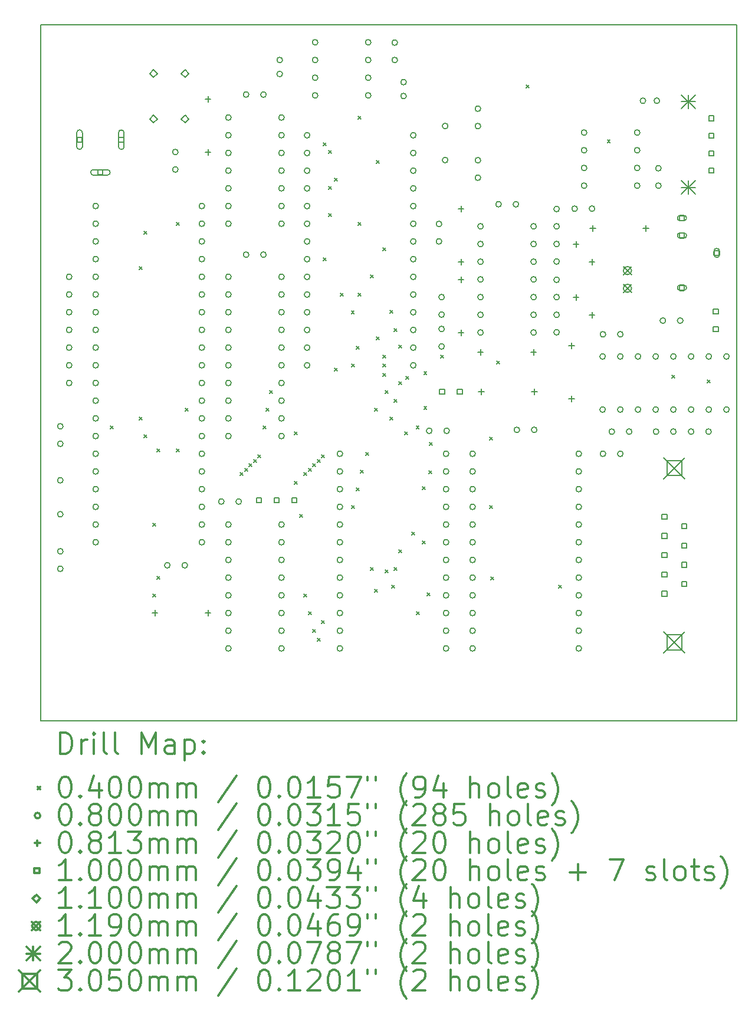
<source format=gbr>
%FSLAX45Y45*%
G04 Gerber Fmt 4.5, Leading zero omitted, Abs format (unit mm)*
G04 Created by KiCad (PCBNEW 5.1.12) date 2023-03-27 23:41:00*
%MOMM*%
%LPD*%
G01*
G04 APERTURE LIST*
%TA.AperFunction,Profile*%
%ADD10C,0.150000*%
%TD*%
%ADD11C,0.200000*%
%ADD12C,0.300000*%
G04 APERTURE END LIST*
D10*
X17610000Y-7620000D02*
X7620000Y-7620000D01*
X17610000Y-7620000D02*
X17610000Y-17610000D01*
X7620000Y-17610000D02*
X17610000Y-17610000D01*
X7620000Y-7620000D02*
X7620000Y-17610000D01*
D11*
X8616000Y-13378500D02*
X8656000Y-13418500D01*
X8656000Y-13378500D02*
X8616000Y-13418500D01*
X9035100Y-11092500D02*
X9075100Y-11132500D01*
X9075100Y-11092500D02*
X9035100Y-11132500D01*
X9035100Y-13251500D02*
X9075100Y-13291500D01*
X9075100Y-13251500D02*
X9035100Y-13291500D01*
X9098600Y-13505500D02*
X9138600Y-13545500D01*
X9138600Y-13505500D02*
X9098600Y-13545500D01*
X9099800Y-10584500D02*
X9139800Y-10624500D01*
X9139800Y-10584500D02*
X9099800Y-10624500D01*
X9225600Y-14775500D02*
X9265600Y-14815500D01*
X9265600Y-14775500D02*
X9225600Y-14815500D01*
X9225600Y-15791500D02*
X9265600Y-15831500D01*
X9265600Y-15791500D02*
X9225600Y-15831500D01*
X9289100Y-13708700D02*
X9329100Y-13748700D01*
X9329100Y-13708700D02*
X9289100Y-13748700D01*
X9289100Y-15537500D02*
X9329100Y-15577500D01*
X9329100Y-15537500D02*
X9289100Y-15577500D01*
X9568500Y-10457500D02*
X9608500Y-10497500D01*
X9608500Y-10457500D02*
X9568500Y-10497500D01*
X9568500Y-13708700D02*
X9608500Y-13748700D01*
X9608500Y-13708700D02*
X9568500Y-13748700D01*
X9695500Y-13124500D02*
X9735500Y-13164500D01*
X9735500Y-13124500D02*
X9695500Y-13164500D01*
X10482900Y-14051600D02*
X10522900Y-14091600D01*
X10522900Y-14051600D02*
X10482900Y-14091600D01*
X10546400Y-13988100D02*
X10586400Y-14028100D01*
X10586400Y-13988100D02*
X10546400Y-14028100D01*
X10609900Y-13924600D02*
X10649900Y-13964600D01*
X10649900Y-13924600D02*
X10609900Y-13964600D01*
X10673400Y-13861100D02*
X10713400Y-13901100D01*
X10713400Y-13861100D02*
X10673400Y-13901100D01*
X10736900Y-13797600D02*
X10776900Y-13837600D01*
X10776900Y-13797600D02*
X10736900Y-13837600D01*
X10813100Y-13378500D02*
X10853100Y-13418500D01*
X10853100Y-13378500D02*
X10813100Y-13418500D01*
X10851200Y-13124500D02*
X10891200Y-13164500D01*
X10891200Y-13124500D02*
X10851200Y-13164500D01*
X10902000Y-12870500D02*
X10942000Y-12910500D01*
X10942000Y-12870500D02*
X10902000Y-12910500D01*
X11257600Y-13467400D02*
X11297600Y-13507400D01*
X11297600Y-13467400D02*
X11257600Y-13507400D01*
X11257600Y-14178600D02*
X11297600Y-14218600D01*
X11297600Y-14178600D02*
X11257600Y-14218600D01*
X11333800Y-14648500D02*
X11373800Y-14688500D01*
X11373800Y-14648500D02*
X11333800Y-14688500D01*
X11397300Y-14051600D02*
X11437300Y-14091600D01*
X11437300Y-14051600D02*
X11397300Y-14091600D01*
X11397300Y-15791500D02*
X11437300Y-15831500D01*
X11437300Y-15791500D02*
X11397300Y-15831500D01*
X11460800Y-13988100D02*
X11500800Y-14028100D01*
X11500800Y-13988100D02*
X11460800Y-14028100D01*
X11460800Y-16045500D02*
X11500800Y-16085500D01*
X11500800Y-16045500D02*
X11460800Y-16085500D01*
X11524300Y-13924600D02*
X11564300Y-13964600D01*
X11564300Y-13924600D02*
X11524300Y-13964600D01*
X11524300Y-16299500D02*
X11564300Y-16339500D01*
X11564300Y-16299500D02*
X11524300Y-16339500D01*
X11587800Y-13861100D02*
X11627800Y-13901100D01*
X11627800Y-13861100D02*
X11587800Y-13901100D01*
X11587800Y-16426500D02*
X11627800Y-16466500D01*
X11627800Y-16426500D02*
X11587800Y-16466500D01*
X11651300Y-13797600D02*
X11691300Y-13837600D01*
X11691300Y-13797600D02*
X11651300Y-13837600D01*
X11651300Y-16172500D02*
X11691300Y-16212500D01*
X11691300Y-16172500D02*
X11651300Y-16212500D01*
X11676700Y-9314500D02*
X11716700Y-9354500D01*
X11716700Y-9314500D02*
X11676700Y-9354500D01*
X11676700Y-10965500D02*
X11716700Y-11005500D01*
X11716700Y-10965500D02*
X11676700Y-11005500D01*
X11752900Y-9428800D02*
X11792900Y-9468800D01*
X11792900Y-9428800D02*
X11752900Y-9468800D01*
X11752900Y-9943150D02*
X11792900Y-9983150D01*
X11792900Y-9943150D02*
X11752900Y-9983150D01*
X11752900Y-10330500D02*
X11792900Y-10370500D01*
X11792900Y-10330500D02*
X11752900Y-10370500D01*
X11835450Y-9822500D02*
X11875450Y-9862500D01*
X11875450Y-9822500D02*
X11835450Y-9862500D01*
X11835450Y-12553000D02*
X11875450Y-12593000D01*
X11875450Y-12553000D02*
X11835450Y-12593000D01*
X11918000Y-11473500D02*
X11958000Y-11513500D01*
X11958000Y-11473500D02*
X11918000Y-11513500D01*
X12076750Y-11727500D02*
X12116750Y-11767500D01*
X12116750Y-11727500D02*
X12076750Y-11767500D01*
X12083100Y-12489500D02*
X12123100Y-12529500D01*
X12123100Y-12489500D02*
X12083100Y-12529500D01*
X12083100Y-14521500D02*
X12123100Y-14561500D01*
X12123100Y-14521500D02*
X12083100Y-14561500D01*
X12146600Y-12235500D02*
X12186600Y-12275500D01*
X12186600Y-12235500D02*
X12146600Y-12275500D01*
X12146600Y-14267500D02*
X12186600Y-14307500D01*
X12186600Y-14267500D02*
X12146600Y-14307500D01*
X12172000Y-8933500D02*
X12212000Y-8973500D01*
X12212000Y-8933500D02*
X12172000Y-8973500D01*
X12172000Y-10457500D02*
X12212000Y-10497500D01*
X12212000Y-10457500D02*
X12172000Y-10497500D01*
X12172000Y-11473500D02*
X12212000Y-11513500D01*
X12212000Y-11473500D02*
X12172000Y-11513500D01*
X12210100Y-14013500D02*
X12250100Y-14053500D01*
X12250100Y-14013500D02*
X12210100Y-14053500D01*
X12286300Y-13759500D02*
X12326300Y-13799500D01*
X12326300Y-13759500D02*
X12286300Y-13799500D01*
X12349800Y-11213150D02*
X12389800Y-11253150D01*
X12389800Y-11213150D02*
X12349800Y-11253150D01*
X12349800Y-15410500D02*
X12389800Y-15450500D01*
X12389800Y-15410500D02*
X12349800Y-15450500D01*
X12412300Y-13124500D02*
X12452300Y-13164500D01*
X12452300Y-13124500D02*
X12412300Y-13164500D01*
X12413300Y-15728000D02*
X12453300Y-15768000D01*
X12453300Y-15728000D02*
X12413300Y-15768000D01*
X12438700Y-9568500D02*
X12478700Y-9608500D01*
X12478700Y-9568500D02*
X12438700Y-9608500D01*
X12438700Y-12102150D02*
X12478700Y-12142150D01*
X12478700Y-12102150D02*
X12438700Y-12142150D01*
X12527600Y-10825800D02*
X12567600Y-10865800D01*
X12567600Y-10825800D02*
X12527600Y-10865800D01*
X12527600Y-12362500D02*
X12567600Y-12402500D01*
X12567600Y-12362500D02*
X12527600Y-12402500D01*
X12527600Y-12489500D02*
X12567600Y-12529500D01*
X12567600Y-12489500D02*
X12527600Y-12529500D01*
X12527600Y-12629200D02*
X12567600Y-12669200D01*
X12567600Y-12629200D02*
X12527600Y-12669200D01*
X12565700Y-12870500D02*
X12605700Y-12910500D01*
X12605700Y-12870500D02*
X12565700Y-12910500D01*
X12565700Y-15448600D02*
X12605700Y-15488600D01*
X12605700Y-15448600D02*
X12565700Y-15488600D01*
X12629200Y-11721150D02*
X12669200Y-11761150D01*
X12669200Y-11721150D02*
X12629200Y-11761150D01*
X12629200Y-13251500D02*
X12669200Y-13291500D01*
X12669200Y-13251500D02*
X12629200Y-13291500D01*
X12654600Y-15664500D02*
X12694600Y-15704500D01*
X12694600Y-15664500D02*
X12654600Y-15704500D01*
X12692700Y-11981500D02*
X12732700Y-12021500D01*
X12732700Y-11981500D02*
X12692700Y-12021500D01*
X12692700Y-12997500D02*
X12732700Y-13037500D01*
X12732700Y-12997500D02*
X12692700Y-13037500D01*
X12692700Y-15410500D02*
X12732700Y-15450500D01*
X12732700Y-15410500D02*
X12692700Y-15450500D01*
X12756200Y-12222800D02*
X12796200Y-12262800D01*
X12796200Y-12222800D02*
X12756200Y-12262800D01*
X12756200Y-12743500D02*
X12796200Y-12783500D01*
X12796200Y-12743500D02*
X12756200Y-12783500D01*
X12756200Y-15156500D02*
X12796200Y-15196500D01*
X12796200Y-15156500D02*
X12756200Y-15196500D01*
X12845100Y-13467400D02*
X12885100Y-13507400D01*
X12885100Y-13467400D02*
X12845100Y-13507400D01*
X12857800Y-12667300D02*
X12897800Y-12707300D01*
X12897800Y-12667300D02*
X12857800Y-12707300D01*
X12946700Y-14902500D02*
X12986700Y-14942500D01*
X12986700Y-14902500D02*
X12946700Y-14942500D01*
X13009200Y-13378500D02*
X13049200Y-13418500D01*
X13049200Y-13378500D02*
X13009200Y-13418500D01*
X13010200Y-16045500D02*
X13050200Y-16085500D01*
X13050200Y-16045500D02*
X13010200Y-16085500D01*
X13099100Y-14254800D02*
X13139100Y-14294800D01*
X13139100Y-14254800D02*
X13099100Y-14294800D01*
X13099100Y-15029500D02*
X13139100Y-15069500D01*
X13139100Y-15029500D02*
X13099100Y-15069500D01*
X13118149Y-12603523D02*
X13158149Y-12643523D01*
X13158149Y-12603523D02*
X13118149Y-12643523D01*
X13118150Y-13099100D02*
X13158150Y-13139100D01*
X13158150Y-13099100D02*
X13118150Y-13139100D01*
X13162600Y-15778800D02*
X13202600Y-15818800D01*
X13202600Y-15778800D02*
X13162600Y-15818800D01*
X13188000Y-14026200D02*
X13228000Y-14066200D01*
X13228000Y-14026200D02*
X13188000Y-14066200D01*
X13200700Y-13619800D02*
X13240700Y-13659800D01*
X13240700Y-13619800D02*
X13200700Y-13659800D01*
X13359450Y-12362500D02*
X13399450Y-12402500D01*
X13399450Y-12362500D02*
X13359450Y-12402500D01*
X14064300Y-13543600D02*
X14104300Y-13583600D01*
X14104300Y-13543600D02*
X14064300Y-13583600D01*
X14064300Y-14521500D02*
X14104300Y-14561500D01*
X14104300Y-14521500D02*
X14064300Y-14561500D01*
X14077000Y-15550200D02*
X14117000Y-15590200D01*
X14117000Y-15550200D02*
X14077000Y-15590200D01*
X14165900Y-12451400D02*
X14205900Y-12491400D01*
X14205900Y-12451400D02*
X14165900Y-12491400D01*
X14585000Y-8489000D02*
X14625000Y-8529000D01*
X14625000Y-8489000D02*
X14585000Y-8529000D01*
X15054900Y-15664500D02*
X15094900Y-15704500D01*
X15094900Y-15664500D02*
X15054900Y-15704500D01*
X15750860Y-9273860D02*
X15790860Y-9313860D01*
X15790860Y-9273860D02*
X15750860Y-9313860D01*
X16680500Y-12654600D02*
X16720500Y-12694600D01*
X16720500Y-12654600D02*
X16680500Y-12694600D01*
X17188500Y-12718100D02*
X17228500Y-12758100D01*
X17228500Y-12718100D02*
X17188500Y-12758100D01*
X7939400Y-13385800D02*
G75*
G03*
X7939400Y-13385800I-40000J0D01*
G01*
X7939400Y-13635800D02*
G75*
G03*
X7939400Y-13635800I-40000J0D01*
G01*
X7939400Y-14160500D02*
G75*
G03*
X7939400Y-14160500I-40000J0D01*
G01*
X7939400Y-14648500D02*
G75*
G03*
X7939400Y-14648500I-40000J0D01*
G01*
X7939400Y-15180500D02*
G75*
G03*
X7939400Y-15180500I-40000J0D01*
G01*
X7939400Y-15430500D02*
G75*
G03*
X7939400Y-15430500I-40000J0D01*
G01*
X8066400Y-11239500D02*
G75*
G03*
X8066400Y-11239500I-40000J0D01*
G01*
X8066400Y-11493500D02*
G75*
G03*
X8066400Y-11493500I-40000J0D01*
G01*
X8066400Y-11747500D02*
G75*
G03*
X8066400Y-11747500I-40000J0D01*
G01*
X8066400Y-12001500D02*
G75*
G03*
X8066400Y-12001500I-40000J0D01*
G01*
X8066400Y-12255500D02*
G75*
G03*
X8066400Y-12255500I-40000J0D01*
G01*
X8066400Y-12509500D02*
G75*
G03*
X8066400Y-12509500I-40000J0D01*
G01*
X8066400Y-12763500D02*
G75*
G03*
X8066400Y-12763500I-40000J0D01*
G01*
X8447400Y-10223500D02*
G75*
G03*
X8447400Y-10223500I-40000J0D01*
G01*
X8447400Y-10477500D02*
G75*
G03*
X8447400Y-10477500I-40000J0D01*
G01*
X8447400Y-10731500D02*
G75*
G03*
X8447400Y-10731500I-40000J0D01*
G01*
X8447400Y-10985500D02*
G75*
G03*
X8447400Y-10985500I-40000J0D01*
G01*
X8447400Y-11239500D02*
G75*
G03*
X8447400Y-11239500I-40000J0D01*
G01*
X8447400Y-11493500D02*
G75*
G03*
X8447400Y-11493500I-40000J0D01*
G01*
X8447400Y-11747500D02*
G75*
G03*
X8447400Y-11747500I-40000J0D01*
G01*
X8447400Y-12001500D02*
G75*
G03*
X8447400Y-12001500I-40000J0D01*
G01*
X8447400Y-12255500D02*
G75*
G03*
X8447400Y-12255500I-40000J0D01*
G01*
X8447400Y-12509500D02*
G75*
G03*
X8447400Y-12509500I-40000J0D01*
G01*
X8447400Y-12763500D02*
G75*
G03*
X8447400Y-12763500I-40000J0D01*
G01*
X8447400Y-13017500D02*
G75*
G03*
X8447400Y-13017500I-40000J0D01*
G01*
X8447400Y-13271500D02*
G75*
G03*
X8447400Y-13271500I-40000J0D01*
G01*
X8447400Y-13525500D02*
G75*
G03*
X8447400Y-13525500I-40000J0D01*
G01*
X8447400Y-13779500D02*
G75*
G03*
X8447400Y-13779500I-40000J0D01*
G01*
X8447400Y-14033500D02*
G75*
G03*
X8447400Y-14033500I-40000J0D01*
G01*
X8447400Y-14287500D02*
G75*
G03*
X8447400Y-14287500I-40000J0D01*
G01*
X8447400Y-14541500D02*
G75*
G03*
X8447400Y-14541500I-40000J0D01*
G01*
X8447400Y-14795500D02*
G75*
G03*
X8447400Y-14795500I-40000J0D01*
G01*
X8447400Y-15049500D02*
G75*
G03*
X8447400Y-15049500I-40000J0D01*
G01*
X9476100Y-15379700D02*
G75*
G03*
X9476100Y-15379700I-40000J0D01*
G01*
X9590400Y-9448800D02*
G75*
G03*
X9590400Y-9448800I-40000J0D01*
G01*
X9590400Y-9698800D02*
G75*
G03*
X9590400Y-9698800I-40000J0D01*
G01*
X9726100Y-15379700D02*
G75*
G03*
X9726100Y-15379700I-40000J0D01*
G01*
X9971400Y-10223500D02*
G75*
G03*
X9971400Y-10223500I-40000J0D01*
G01*
X9971400Y-10477500D02*
G75*
G03*
X9971400Y-10477500I-40000J0D01*
G01*
X9971400Y-10731500D02*
G75*
G03*
X9971400Y-10731500I-40000J0D01*
G01*
X9971400Y-10985500D02*
G75*
G03*
X9971400Y-10985500I-40000J0D01*
G01*
X9971400Y-11239500D02*
G75*
G03*
X9971400Y-11239500I-40000J0D01*
G01*
X9971400Y-11493500D02*
G75*
G03*
X9971400Y-11493500I-40000J0D01*
G01*
X9971400Y-11747500D02*
G75*
G03*
X9971400Y-11747500I-40000J0D01*
G01*
X9971400Y-12001500D02*
G75*
G03*
X9971400Y-12001500I-40000J0D01*
G01*
X9971400Y-12255500D02*
G75*
G03*
X9971400Y-12255500I-40000J0D01*
G01*
X9971400Y-12509500D02*
G75*
G03*
X9971400Y-12509500I-40000J0D01*
G01*
X9971400Y-12763500D02*
G75*
G03*
X9971400Y-12763500I-40000J0D01*
G01*
X9971400Y-13017500D02*
G75*
G03*
X9971400Y-13017500I-40000J0D01*
G01*
X9971400Y-13271500D02*
G75*
G03*
X9971400Y-13271500I-40000J0D01*
G01*
X9971400Y-13525500D02*
G75*
G03*
X9971400Y-13525500I-40000J0D01*
G01*
X9971400Y-13779500D02*
G75*
G03*
X9971400Y-13779500I-40000J0D01*
G01*
X9971400Y-14033500D02*
G75*
G03*
X9971400Y-14033500I-40000J0D01*
G01*
X9971400Y-14287500D02*
G75*
G03*
X9971400Y-14287500I-40000J0D01*
G01*
X9971400Y-14541500D02*
G75*
G03*
X9971400Y-14541500I-40000J0D01*
G01*
X9971400Y-14795500D02*
G75*
G03*
X9971400Y-14795500I-40000J0D01*
G01*
X9971400Y-15049500D02*
G75*
G03*
X9971400Y-15049500I-40000J0D01*
G01*
X10250800Y-14465300D02*
G75*
G03*
X10250800Y-14465300I-40000J0D01*
G01*
X10352400Y-8953500D02*
G75*
G03*
X10352400Y-8953500I-40000J0D01*
G01*
X10352400Y-9207500D02*
G75*
G03*
X10352400Y-9207500I-40000J0D01*
G01*
X10352400Y-9461500D02*
G75*
G03*
X10352400Y-9461500I-40000J0D01*
G01*
X10352400Y-9715500D02*
G75*
G03*
X10352400Y-9715500I-40000J0D01*
G01*
X10352400Y-9969500D02*
G75*
G03*
X10352400Y-9969500I-40000J0D01*
G01*
X10352400Y-10223500D02*
G75*
G03*
X10352400Y-10223500I-40000J0D01*
G01*
X10352400Y-10477500D02*
G75*
G03*
X10352400Y-10477500I-40000J0D01*
G01*
X10352400Y-11239500D02*
G75*
G03*
X10352400Y-11239500I-40000J0D01*
G01*
X10352400Y-11493500D02*
G75*
G03*
X10352400Y-11493500I-40000J0D01*
G01*
X10352400Y-11747500D02*
G75*
G03*
X10352400Y-11747500I-40000J0D01*
G01*
X10352400Y-12001500D02*
G75*
G03*
X10352400Y-12001500I-40000J0D01*
G01*
X10352400Y-12255500D02*
G75*
G03*
X10352400Y-12255500I-40000J0D01*
G01*
X10352400Y-12509500D02*
G75*
G03*
X10352400Y-12509500I-40000J0D01*
G01*
X10352400Y-12763500D02*
G75*
G03*
X10352400Y-12763500I-40000J0D01*
G01*
X10352400Y-13017500D02*
G75*
G03*
X10352400Y-13017500I-40000J0D01*
G01*
X10352400Y-13271500D02*
G75*
G03*
X10352400Y-13271500I-40000J0D01*
G01*
X10352400Y-13525500D02*
G75*
G03*
X10352400Y-13525500I-40000J0D01*
G01*
X10352400Y-14795500D02*
G75*
G03*
X10352400Y-14795500I-40000J0D01*
G01*
X10352400Y-15049500D02*
G75*
G03*
X10352400Y-15049500I-40000J0D01*
G01*
X10352400Y-15303500D02*
G75*
G03*
X10352400Y-15303500I-40000J0D01*
G01*
X10352400Y-15557500D02*
G75*
G03*
X10352400Y-15557500I-40000J0D01*
G01*
X10352400Y-15811500D02*
G75*
G03*
X10352400Y-15811500I-40000J0D01*
G01*
X10352400Y-16065500D02*
G75*
G03*
X10352400Y-16065500I-40000J0D01*
G01*
X10352400Y-16319500D02*
G75*
G03*
X10352400Y-16319500I-40000J0D01*
G01*
X10352400Y-16573500D02*
G75*
G03*
X10352400Y-16573500I-40000J0D01*
G01*
X10500800Y-14465300D02*
G75*
G03*
X10500800Y-14465300I-40000J0D01*
G01*
X10606400Y-8623300D02*
G75*
G03*
X10606400Y-8623300I-40000J0D01*
G01*
X10606400Y-10922000D02*
G75*
G03*
X10606400Y-10922000I-40000J0D01*
G01*
X10856400Y-8623300D02*
G75*
G03*
X10856400Y-8623300I-40000J0D01*
G01*
X10856400Y-10922000D02*
G75*
G03*
X10856400Y-10922000I-40000J0D01*
G01*
X11089000Y-8128000D02*
G75*
G03*
X11089000Y-8128000I-40000J0D01*
G01*
X11089000Y-8328000D02*
G75*
G03*
X11089000Y-8328000I-40000J0D01*
G01*
X11114400Y-8953500D02*
G75*
G03*
X11114400Y-8953500I-40000J0D01*
G01*
X11114400Y-9207500D02*
G75*
G03*
X11114400Y-9207500I-40000J0D01*
G01*
X11114400Y-9461500D02*
G75*
G03*
X11114400Y-9461500I-40000J0D01*
G01*
X11114400Y-9715500D02*
G75*
G03*
X11114400Y-9715500I-40000J0D01*
G01*
X11114400Y-9969500D02*
G75*
G03*
X11114400Y-9969500I-40000J0D01*
G01*
X11114400Y-10223500D02*
G75*
G03*
X11114400Y-10223500I-40000J0D01*
G01*
X11114400Y-10477500D02*
G75*
G03*
X11114400Y-10477500I-40000J0D01*
G01*
X11114400Y-11239500D02*
G75*
G03*
X11114400Y-11239500I-40000J0D01*
G01*
X11114400Y-11493500D02*
G75*
G03*
X11114400Y-11493500I-40000J0D01*
G01*
X11114400Y-11747500D02*
G75*
G03*
X11114400Y-11747500I-40000J0D01*
G01*
X11114400Y-12001500D02*
G75*
G03*
X11114400Y-12001500I-40000J0D01*
G01*
X11114400Y-12255500D02*
G75*
G03*
X11114400Y-12255500I-40000J0D01*
G01*
X11114400Y-12509500D02*
G75*
G03*
X11114400Y-12509500I-40000J0D01*
G01*
X11114400Y-12763500D02*
G75*
G03*
X11114400Y-12763500I-40000J0D01*
G01*
X11114400Y-13017500D02*
G75*
G03*
X11114400Y-13017500I-40000J0D01*
G01*
X11114400Y-13271500D02*
G75*
G03*
X11114400Y-13271500I-40000J0D01*
G01*
X11114400Y-13525500D02*
G75*
G03*
X11114400Y-13525500I-40000J0D01*
G01*
X11114400Y-14795500D02*
G75*
G03*
X11114400Y-14795500I-40000J0D01*
G01*
X11114400Y-15049500D02*
G75*
G03*
X11114400Y-15049500I-40000J0D01*
G01*
X11114400Y-15303500D02*
G75*
G03*
X11114400Y-15303500I-40000J0D01*
G01*
X11114400Y-15557500D02*
G75*
G03*
X11114400Y-15557500I-40000J0D01*
G01*
X11114400Y-15811500D02*
G75*
G03*
X11114400Y-15811500I-40000J0D01*
G01*
X11114400Y-16065500D02*
G75*
G03*
X11114400Y-16065500I-40000J0D01*
G01*
X11114400Y-16319500D02*
G75*
G03*
X11114400Y-16319500I-40000J0D01*
G01*
X11114400Y-16573500D02*
G75*
G03*
X11114400Y-16573500I-40000J0D01*
G01*
X11482700Y-9207500D02*
G75*
G03*
X11482700Y-9207500I-40000J0D01*
G01*
X11482700Y-9461500D02*
G75*
G03*
X11482700Y-9461500I-40000J0D01*
G01*
X11482700Y-9715500D02*
G75*
G03*
X11482700Y-9715500I-40000J0D01*
G01*
X11482700Y-9969500D02*
G75*
G03*
X11482700Y-9969500I-40000J0D01*
G01*
X11482700Y-10223500D02*
G75*
G03*
X11482700Y-10223500I-40000J0D01*
G01*
X11482700Y-10477500D02*
G75*
G03*
X11482700Y-10477500I-40000J0D01*
G01*
X11482700Y-10731500D02*
G75*
G03*
X11482700Y-10731500I-40000J0D01*
G01*
X11482700Y-10985500D02*
G75*
G03*
X11482700Y-10985500I-40000J0D01*
G01*
X11482700Y-11239500D02*
G75*
G03*
X11482700Y-11239500I-40000J0D01*
G01*
X11482700Y-11493500D02*
G75*
G03*
X11482700Y-11493500I-40000J0D01*
G01*
X11482700Y-11747500D02*
G75*
G03*
X11482700Y-11747500I-40000J0D01*
G01*
X11482700Y-12001500D02*
G75*
G03*
X11482700Y-12001500I-40000J0D01*
G01*
X11482700Y-12255500D02*
G75*
G03*
X11482700Y-12255500I-40000J0D01*
G01*
X11482700Y-12509500D02*
G75*
G03*
X11482700Y-12509500I-40000J0D01*
G01*
X11597000Y-7874000D02*
G75*
G03*
X11597000Y-7874000I-40000J0D01*
G01*
X11597000Y-8128000D02*
G75*
G03*
X11597000Y-8128000I-40000J0D01*
G01*
X11597000Y-8382000D02*
G75*
G03*
X11597000Y-8382000I-40000J0D01*
G01*
X11597000Y-8636000D02*
G75*
G03*
X11597000Y-8636000I-40000J0D01*
G01*
X11952600Y-13779500D02*
G75*
G03*
X11952600Y-13779500I-40000J0D01*
G01*
X11952600Y-14033500D02*
G75*
G03*
X11952600Y-14033500I-40000J0D01*
G01*
X11952600Y-14287500D02*
G75*
G03*
X11952600Y-14287500I-40000J0D01*
G01*
X11952600Y-14541500D02*
G75*
G03*
X11952600Y-14541500I-40000J0D01*
G01*
X11952600Y-14795500D02*
G75*
G03*
X11952600Y-14795500I-40000J0D01*
G01*
X11952600Y-15049500D02*
G75*
G03*
X11952600Y-15049500I-40000J0D01*
G01*
X11952600Y-15303500D02*
G75*
G03*
X11952600Y-15303500I-40000J0D01*
G01*
X11952600Y-15557500D02*
G75*
G03*
X11952600Y-15557500I-40000J0D01*
G01*
X11952600Y-15811500D02*
G75*
G03*
X11952600Y-15811500I-40000J0D01*
G01*
X11952600Y-16065500D02*
G75*
G03*
X11952600Y-16065500I-40000J0D01*
G01*
X11952600Y-16319500D02*
G75*
G03*
X11952600Y-16319500I-40000J0D01*
G01*
X11952600Y-16573500D02*
G75*
G03*
X11952600Y-16573500I-40000J0D01*
G01*
X12359000Y-7874000D02*
G75*
G03*
X12359000Y-7874000I-40000J0D01*
G01*
X12359000Y-8128000D02*
G75*
G03*
X12359000Y-8128000I-40000J0D01*
G01*
X12359000Y-8382000D02*
G75*
G03*
X12359000Y-8382000I-40000J0D01*
G01*
X12359000Y-8636000D02*
G75*
G03*
X12359000Y-8636000I-40000J0D01*
G01*
X12740000Y-7878000D02*
G75*
G03*
X12740000Y-7878000I-40000J0D01*
G01*
X12740000Y-8128000D02*
G75*
G03*
X12740000Y-8128000I-40000J0D01*
G01*
X12867000Y-8445500D02*
G75*
G03*
X12867000Y-8445500I-40000J0D01*
G01*
X12867000Y-8645500D02*
G75*
G03*
X12867000Y-8645500I-40000J0D01*
G01*
X13006700Y-9207500D02*
G75*
G03*
X13006700Y-9207500I-40000J0D01*
G01*
X13006700Y-9461500D02*
G75*
G03*
X13006700Y-9461500I-40000J0D01*
G01*
X13006700Y-9715500D02*
G75*
G03*
X13006700Y-9715500I-40000J0D01*
G01*
X13006700Y-9969500D02*
G75*
G03*
X13006700Y-9969500I-40000J0D01*
G01*
X13006700Y-10223500D02*
G75*
G03*
X13006700Y-10223500I-40000J0D01*
G01*
X13006700Y-10477500D02*
G75*
G03*
X13006700Y-10477500I-40000J0D01*
G01*
X13006700Y-10731500D02*
G75*
G03*
X13006700Y-10731500I-40000J0D01*
G01*
X13006700Y-10985500D02*
G75*
G03*
X13006700Y-10985500I-40000J0D01*
G01*
X13006700Y-11239500D02*
G75*
G03*
X13006700Y-11239500I-40000J0D01*
G01*
X13006700Y-11493500D02*
G75*
G03*
X13006700Y-11493500I-40000J0D01*
G01*
X13006700Y-11747500D02*
G75*
G03*
X13006700Y-11747500I-40000J0D01*
G01*
X13006700Y-12001500D02*
G75*
G03*
X13006700Y-12001500I-40000J0D01*
G01*
X13006700Y-12255500D02*
G75*
G03*
X13006700Y-12255500I-40000J0D01*
G01*
X13006700Y-12509500D02*
G75*
G03*
X13006700Y-12509500I-40000J0D01*
G01*
X13235300Y-13449300D02*
G75*
G03*
X13235300Y-13449300I-40000J0D01*
G01*
X13375000Y-10481500D02*
G75*
G03*
X13375000Y-10481500I-40000J0D01*
G01*
X13375000Y-10731500D02*
G75*
G03*
X13375000Y-10731500I-40000J0D01*
G01*
X13413100Y-11531600D02*
G75*
G03*
X13413100Y-11531600I-40000J0D01*
G01*
X13413100Y-11781600D02*
G75*
G03*
X13413100Y-11781600I-40000J0D01*
G01*
X13413100Y-11988800D02*
G75*
G03*
X13413100Y-11988800I-40000J0D01*
G01*
X13413100Y-12238800D02*
G75*
G03*
X13413100Y-12238800I-40000J0D01*
G01*
X13463900Y-9075100D02*
G75*
G03*
X13463900Y-9075100I-40000J0D01*
G01*
X13463900Y-9563100D02*
G75*
G03*
X13463900Y-9563100I-40000J0D01*
G01*
X13476600Y-13779500D02*
G75*
G03*
X13476600Y-13779500I-40000J0D01*
G01*
X13476600Y-14033500D02*
G75*
G03*
X13476600Y-14033500I-40000J0D01*
G01*
X13476600Y-14287500D02*
G75*
G03*
X13476600Y-14287500I-40000J0D01*
G01*
X13476600Y-14541500D02*
G75*
G03*
X13476600Y-14541500I-40000J0D01*
G01*
X13476600Y-14795500D02*
G75*
G03*
X13476600Y-14795500I-40000J0D01*
G01*
X13476600Y-15049500D02*
G75*
G03*
X13476600Y-15049500I-40000J0D01*
G01*
X13476600Y-15303500D02*
G75*
G03*
X13476600Y-15303500I-40000J0D01*
G01*
X13476600Y-15557500D02*
G75*
G03*
X13476600Y-15557500I-40000J0D01*
G01*
X13476600Y-15811500D02*
G75*
G03*
X13476600Y-15811500I-40000J0D01*
G01*
X13476600Y-16065500D02*
G75*
G03*
X13476600Y-16065500I-40000J0D01*
G01*
X13476600Y-16319500D02*
G75*
G03*
X13476600Y-16319500I-40000J0D01*
G01*
X13476600Y-16573500D02*
G75*
G03*
X13476600Y-16573500I-40000J0D01*
G01*
X13485300Y-13449300D02*
G75*
G03*
X13485300Y-13449300I-40000J0D01*
G01*
X13857600Y-13779500D02*
G75*
G03*
X13857600Y-13779500I-40000J0D01*
G01*
X13857600Y-14033500D02*
G75*
G03*
X13857600Y-14033500I-40000J0D01*
G01*
X13857600Y-14287500D02*
G75*
G03*
X13857600Y-14287500I-40000J0D01*
G01*
X13857600Y-14541500D02*
G75*
G03*
X13857600Y-14541500I-40000J0D01*
G01*
X13857600Y-14795500D02*
G75*
G03*
X13857600Y-14795500I-40000J0D01*
G01*
X13857600Y-15049500D02*
G75*
G03*
X13857600Y-15049500I-40000J0D01*
G01*
X13857600Y-15303500D02*
G75*
G03*
X13857600Y-15303500I-40000J0D01*
G01*
X13857600Y-15557500D02*
G75*
G03*
X13857600Y-15557500I-40000J0D01*
G01*
X13857600Y-15811500D02*
G75*
G03*
X13857600Y-15811500I-40000J0D01*
G01*
X13857600Y-16065500D02*
G75*
G03*
X13857600Y-16065500I-40000J0D01*
G01*
X13857600Y-16319500D02*
G75*
G03*
X13857600Y-16319500I-40000J0D01*
G01*
X13857600Y-16573500D02*
G75*
G03*
X13857600Y-16573500I-40000J0D01*
G01*
X13933800Y-8826500D02*
G75*
G03*
X13933800Y-8826500I-40000J0D01*
G01*
X13933800Y-9076500D02*
G75*
G03*
X13933800Y-9076500I-40000J0D01*
G01*
X13933800Y-9567100D02*
G75*
G03*
X13933800Y-9567100I-40000J0D01*
G01*
X13933800Y-9817100D02*
G75*
G03*
X13933800Y-9817100I-40000J0D01*
G01*
X13971900Y-10515600D02*
G75*
G03*
X13971900Y-10515600I-40000J0D01*
G01*
X13971900Y-10769600D02*
G75*
G03*
X13971900Y-10769600I-40000J0D01*
G01*
X13971900Y-11023600D02*
G75*
G03*
X13971900Y-11023600I-40000J0D01*
G01*
X13971900Y-11277600D02*
G75*
G03*
X13971900Y-11277600I-40000J0D01*
G01*
X13971900Y-11531600D02*
G75*
G03*
X13971900Y-11531600I-40000J0D01*
G01*
X13971900Y-11785600D02*
G75*
G03*
X13971900Y-11785600I-40000J0D01*
G01*
X13971900Y-12039600D02*
G75*
G03*
X13971900Y-12039600I-40000J0D01*
G01*
X14229900Y-10198100D02*
G75*
G03*
X14229900Y-10198100I-40000J0D01*
G01*
X14479900Y-10198100D02*
G75*
G03*
X14479900Y-10198100I-40000J0D01*
G01*
X14492600Y-13436600D02*
G75*
G03*
X14492600Y-13436600I-40000J0D01*
G01*
X14733900Y-10515600D02*
G75*
G03*
X14733900Y-10515600I-40000J0D01*
G01*
X14733900Y-10769600D02*
G75*
G03*
X14733900Y-10769600I-40000J0D01*
G01*
X14733900Y-11023600D02*
G75*
G03*
X14733900Y-11023600I-40000J0D01*
G01*
X14733900Y-11277600D02*
G75*
G03*
X14733900Y-11277600I-40000J0D01*
G01*
X14733900Y-11531600D02*
G75*
G03*
X14733900Y-11531600I-40000J0D01*
G01*
X14733900Y-11785600D02*
G75*
G03*
X14733900Y-11785600I-40000J0D01*
G01*
X14733900Y-12039600D02*
G75*
G03*
X14733900Y-12039600I-40000J0D01*
G01*
X14742600Y-13436600D02*
G75*
G03*
X14742600Y-13436600I-40000J0D01*
G01*
X15064100Y-10265600D02*
G75*
G03*
X15064100Y-10265600I-40000J0D01*
G01*
X15064100Y-10515600D02*
G75*
G03*
X15064100Y-10515600I-40000J0D01*
G01*
X15064100Y-10769600D02*
G75*
G03*
X15064100Y-10769600I-40000J0D01*
G01*
X15064100Y-11019600D02*
G75*
G03*
X15064100Y-11019600I-40000J0D01*
G01*
X15064100Y-11281600D02*
G75*
G03*
X15064100Y-11281600I-40000J0D01*
G01*
X15064100Y-11531600D02*
G75*
G03*
X15064100Y-11531600I-40000J0D01*
G01*
X15064100Y-11785600D02*
G75*
G03*
X15064100Y-11785600I-40000J0D01*
G01*
X15064100Y-12035600D02*
G75*
G03*
X15064100Y-12035600I-40000J0D01*
G01*
X15322100Y-10261600D02*
G75*
G03*
X15322100Y-10261600I-40000J0D01*
G01*
X15381600Y-13779500D02*
G75*
G03*
X15381600Y-13779500I-40000J0D01*
G01*
X15381600Y-14033500D02*
G75*
G03*
X15381600Y-14033500I-40000J0D01*
G01*
X15381600Y-14287500D02*
G75*
G03*
X15381600Y-14287500I-40000J0D01*
G01*
X15381600Y-14541500D02*
G75*
G03*
X15381600Y-14541500I-40000J0D01*
G01*
X15381600Y-14795500D02*
G75*
G03*
X15381600Y-14795500I-40000J0D01*
G01*
X15381600Y-15049500D02*
G75*
G03*
X15381600Y-15049500I-40000J0D01*
G01*
X15381600Y-15303500D02*
G75*
G03*
X15381600Y-15303500I-40000J0D01*
G01*
X15381600Y-15557500D02*
G75*
G03*
X15381600Y-15557500I-40000J0D01*
G01*
X15381600Y-15811500D02*
G75*
G03*
X15381600Y-15811500I-40000J0D01*
G01*
X15381600Y-16065500D02*
G75*
G03*
X15381600Y-16065500I-40000J0D01*
G01*
X15381600Y-16319500D02*
G75*
G03*
X15381600Y-16319500I-40000J0D01*
G01*
X15381600Y-16573500D02*
G75*
G03*
X15381600Y-16573500I-40000J0D01*
G01*
X15457800Y-9169400D02*
G75*
G03*
X15457800Y-9169400I-40000J0D01*
G01*
X15457800Y-9423400D02*
G75*
G03*
X15457800Y-9423400I-40000J0D01*
G01*
X15457800Y-9677400D02*
G75*
G03*
X15457800Y-9677400I-40000J0D01*
G01*
X15457800Y-9931400D02*
G75*
G03*
X15457800Y-9931400I-40000J0D01*
G01*
X15572100Y-10261600D02*
G75*
G03*
X15572100Y-10261600I-40000J0D01*
G01*
X15724500Y-12382500D02*
G75*
G03*
X15724500Y-12382500I-40000J0D01*
G01*
X15724500Y-13144500D02*
G75*
G03*
X15724500Y-13144500I-40000J0D01*
G01*
X15728500Y-12065000D02*
G75*
G03*
X15728500Y-12065000I-40000J0D01*
G01*
X15728500Y-13779500D02*
G75*
G03*
X15728500Y-13779500I-40000J0D01*
G01*
X15855500Y-13462000D02*
G75*
G03*
X15855500Y-13462000I-40000J0D01*
G01*
X15978500Y-12065000D02*
G75*
G03*
X15978500Y-12065000I-40000J0D01*
G01*
X15978500Y-12382500D02*
G75*
G03*
X15978500Y-12382500I-40000J0D01*
G01*
X15978500Y-13144500D02*
G75*
G03*
X15978500Y-13144500I-40000J0D01*
G01*
X15978500Y-13779500D02*
G75*
G03*
X15978500Y-13779500I-40000J0D01*
G01*
X16105500Y-13462000D02*
G75*
G03*
X16105500Y-13462000I-40000J0D01*
G01*
X16219800Y-9169400D02*
G75*
G03*
X16219800Y-9169400I-40000J0D01*
G01*
X16219800Y-9423400D02*
G75*
G03*
X16219800Y-9423400I-40000J0D01*
G01*
X16219800Y-9677400D02*
G75*
G03*
X16219800Y-9677400I-40000J0D01*
G01*
X16219800Y-9931400D02*
G75*
G03*
X16219800Y-9931400I-40000J0D01*
G01*
X16232500Y-12382500D02*
G75*
G03*
X16232500Y-12382500I-40000J0D01*
G01*
X16232500Y-13144500D02*
G75*
G03*
X16232500Y-13144500I-40000J0D01*
G01*
X16302350Y-8712200D02*
G75*
G03*
X16302350Y-8712200I-40000J0D01*
G01*
X16486500Y-12382500D02*
G75*
G03*
X16486500Y-12382500I-40000J0D01*
G01*
X16486500Y-13144500D02*
G75*
G03*
X16486500Y-13144500I-40000J0D01*
G01*
X16490500Y-13462000D02*
G75*
G03*
X16490500Y-13462000I-40000J0D01*
G01*
X16502350Y-8712200D02*
G75*
G03*
X16502350Y-8712200I-40000J0D01*
G01*
X16524600Y-9681400D02*
G75*
G03*
X16524600Y-9681400I-40000J0D01*
G01*
X16524600Y-9931400D02*
G75*
G03*
X16524600Y-9931400I-40000J0D01*
G01*
X16588100Y-11868150D02*
G75*
G03*
X16588100Y-11868150I-40000J0D01*
G01*
X16740500Y-12382500D02*
G75*
G03*
X16740500Y-12382500I-40000J0D01*
G01*
X16740500Y-13144500D02*
G75*
G03*
X16740500Y-13144500I-40000J0D01*
G01*
X16740500Y-13462000D02*
G75*
G03*
X16740500Y-13462000I-40000J0D01*
G01*
X16838100Y-11868150D02*
G75*
G03*
X16838100Y-11868150I-40000J0D01*
G01*
X16994500Y-12382500D02*
G75*
G03*
X16994500Y-12382500I-40000J0D01*
G01*
X16994500Y-13144500D02*
G75*
G03*
X16994500Y-13144500I-40000J0D01*
G01*
X16994500Y-13462000D02*
G75*
G03*
X16994500Y-13462000I-40000J0D01*
G01*
X17244500Y-13462000D02*
G75*
G03*
X17244500Y-13462000I-40000J0D01*
G01*
X17248500Y-12382500D02*
G75*
G03*
X17248500Y-12382500I-40000J0D01*
G01*
X17248500Y-13144500D02*
G75*
G03*
X17248500Y-13144500I-40000J0D01*
G01*
X17502500Y-12382500D02*
G75*
G03*
X17502500Y-12382500I-40000J0D01*
G01*
X17502500Y-13144500D02*
G75*
G03*
X17502500Y-13144500I-40000J0D01*
G01*
X9258300Y-16024860D02*
X9258300Y-16106140D01*
X9217660Y-16065500D02*
X9298940Y-16065500D01*
X10020300Y-8646160D02*
X10020300Y-8727440D01*
X9979660Y-8686800D02*
X10060940Y-8686800D01*
X10020300Y-9408160D02*
X10020300Y-9489440D01*
X9979660Y-9448800D02*
X10060940Y-9448800D01*
X10020300Y-16024860D02*
X10020300Y-16106140D01*
X9979660Y-16065500D02*
X10060940Y-16065500D01*
X13652500Y-10220960D02*
X13652500Y-10302240D01*
X13611860Y-10261600D02*
X13693140Y-10261600D01*
X13652500Y-10982960D02*
X13652500Y-11064240D01*
X13611860Y-11023600D02*
X13693140Y-11023600D01*
X13652500Y-11236960D02*
X13652500Y-11318240D01*
X13611860Y-11277600D02*
X13693140Y-11277600D01*
X13652500Y-11998960D02*
X13652500Y-12080240D01*
X13611860Y-12039600D02*
X13693140Y-12039600D01*
X13931900Y-12278360D02*
X13931900Y-12359640D01*
X13891260Y-12319000D02*
X13972540Y-12319000D01*
X13944600Y-12849860D02*
X13944600Y-12931140D01*
X13903960Y-12890500D02*
X13985240Y-12890500D01*
X14693900Y-12278360D02*
X14693900Y-12359640D01*
X14653260Y-12319000D02*
X14734540Y-12319000D01*
X14706600Y-12849860D02*
X14706600Y-12931140D01*
X14665960Y-12890500D02*
X14747240Y-12890500D01*
X15240000Y-12189460D02*
X15240000Y-12270740D01*
X15199360Y-12230100D02*
X15280640Y-12230100D01*
X15240000Y-12951460D02*
X15240000Y-13032740D01*
X15199360Y-12992100D02*
X15280640Y-12992100D01*
X15303500Y-10728960D02*
X15303500Y-10810240D01*
X15262860Y-10769600D02*
X15344140Y-10769600D01*
X15303500Y-11490960D02*
X15303500Y-11572240D01*
X15262860Y-11531600D02*
X15344140Y-11531600D01*
X15532100Y-10982960D02*
X15532100Y-11064240D01*
X15491460Y-11023600D02*
X15572740Y-11023600D01*
X15532100Y-11744960D02*
X15532100Y-11826240D01*
X15491460Y-11785600D02*
X15572740Y-11785600D01*
X15544800Y-10500360D02*
X15544800Y-10581640D01*
X15504160Y-10541000D02*
X15585440Y-10541000D01*
X16306800Y-10500360D02*
X16306800Y-10581640D01*
X16266160Y-10541000D02*
X16347440Y-10541000D01*
X8211056Y-9306356D02*
X8211056Y-9235644D01*
X8140344Y-9235644D01*
X8140344Y-9306356D01*
X8211056Y-9306356D01*
X8135700Y-9171000D02*
X8135700Y-9371000D01*
X8215700Y-9171000D02*
X8215700Y-9371000D01*
X8135700Y-9371000D02*
G75*
G03*
X8215700Y-9371000I40000J0D01*
G01*
X8215700Y-9171000D02*
G75*
G03*
X8135700Y-9171000I-40000J0D01*
G01*
X8511056Y-9776356D02*
X8511056Y-9705644D01*
X8440344Y-9705644D01*
X8440344Y-9776356D01*
X8511056Y-9776356D01*
X8375700Y-9781000D02*
X8575700Y-9781000D01*
X8375700Y-9701000D02*
X8575700Y-9701000D01*
X8575700Y-9781000D02*
G75*
G03*
X8575700Y-9701000I0J40000D01*
G01*
X8375700Y-9701000D02*
G75*
G03*
X8375700Y-9781000I0J-40000D01*
G01*
X8811056Y-9306356D02*
X8811056Y-9235644D01*
X8740344Y-9235644D01*
X8740344Y-9306356D01*
X8811056Y-9306356D01*
X8735700Y-9171000D02*
X8735700Y-9371000D01*
X8815700Y-9171000D02*
X8815700Y-9371000D01*
X8735700Y-9371000D02*
G75*
G03*
X8815700Y-9371000I40000J0D01*
G01*
X8815700Y-9171000D02*
G75*
G03*
X8735700Y-9171000I-40000J0D01*
G01*
X10785906Y-14481606D02*
X10785906Y-14410894D01*
X10715194Y-14410894D01*
X10715194Y-14481606D01*
X10785906Y-14481606D01*
X11039906Y-14481606D02*
X11039906Y-14410894D01*
X10969194Y-14410894D01*
X10969194Y-14481606D01*
X11039906Y-14481606D01*
X11293906Y-14481606D02*
X11293906Y-14410894D01*
X11223194Y-14410894D01*
X11223194Y-14481606D01*
X11293906Y-14481606D01*
X13414806Y-12925856D02*
X13414806Y-12855144D01*
X13344094Y-12855144D01*
X13344094Y-12925856D01*
X13414806Y-12925856D01*
X13668806Y-12925856D02*
X13668806Y-12855144D01*
X13598094Y-12855144D01*
X13598094Y-12925856D01*
X13668806Y-12925856D01*
X16608856Y-14716556D02*
X16608856Y-14645844D01*
X16538144Y-14645844D01*
X16538144Y-14716556D01*
X16608856Y-14716556D01*
X16608856Y-14993556D02*
X16608856Y-14922844D01*
X16538144Y-14922844D01*
X16538144Y-14993556D01*
X16608856Y-14993556D01*
X16608856Y-15270556D02*
X16608856Y-15199844D01*
X16538144Y-15199844D01*
X16538144Y-15270556D01*
X16608856Y-15270556D01*
X16608856Y-15547556D02*
X16608856Y-15476844D01*
X16538144Y-15476844D01*
X16538144Y-15547556D01*
X16608856Y-15547556D01*
X16608856Y-15824556D02*
X16608856Y-15753844D01*
X16538144Y-15753844D01*
X16538144Y-15824556D01*
X16608856Y-15824556D01*
X16858156Y-10431956D02*
X16858156Y-10361244D01*
X16787444Y-10361244D01*
X16787444Y-10431956D01*
X16858156Y-10431956D01*
X16847800Y-10356600D02*
X16797800Y-10356600D01*
X16847800Y-10436600D02*
X16797800Y-10436600D01*
X16797800Y-10356600D02*
G75*
G03*
X16797800Y-10436600I0J-40000D01*
G01*
X16847800Y-10436600D02*
G75*
G03*
X16847800Y-10356600I0J40000D01*
G01*
X16858156Y-10681956D02*
X16858156Y-10611244D01*
X16787444Y-10611244D01*
X16787444Y-10681956D01*
X16858156Y-10681956D01*
X16847800Y-10606600D02*
X16797800Y-10606600D01*
X16847800Y-10686600D02*
X16797800Y-10686600D01*
X16797800Y-10606600D02*
G75*
G03*
X16797800Y-10686600I0J-40000D01*
G01*
X16847800Y-10686600D02*
G75*
G03*
X16847800Y-10606600I0J40000D01*
G01*
X16858156Y-11431956D02*
X16858156Y-11361244D01*
X16787444Y-11361244D01*
X16787444Y-11431956D01*
X16858156Y-11431956D01*
X16847800Y-11356600D02*
X16797800Y-11356600D01*
X16847800Y-11436600D02*
X16797800Y-11436600D01*
X16797800Y-11356600D02*
G75*
G03*
X16797800Y-11436600I0J-40000D01*
G01*
X16847800Y-11436600D02*
G75*
G03*
X16847800Y-11356600I0J40000D01*
G01*
X16892856Y-14855056D02*
X16892856Y-14784344D01*
X16822144Y-14784344D01*
X16822144Y-14855056D01*
X16892856Y-14855056D01*
X16892856Y-15132056D02*
X16892856Y-15061344D01*
X16822144Y-15061344D01*
X16822144Y-15132056D01*
X16892856Y-15132056D01*
X16892856Y-15409056D02*
X16892856Y-15338344D01*
X16822144Y-15338344D01*
X16822144Y-15409056D01*
X16892856Y-15409056D01*
X16892856Y-15686056D02*
X16892856Y-15615344D01*
X16822144Y-15615344D01*
X16822144Y-15686056D01*
X16892856Y-15686056D01*
X17281956Y-9000856D02*
X17281956Y-8930144D01*
X17211244Y-8930144D01*
X17211244Y-9000856D01*
X17281956Y-9000856D01*
X17281956Y-9250856D02*
X17281956Y-9180144D01*
X17211244Y-9180144D01*
X17211244Y-9250856D01*
X17281956Y-9250856D01*
X17281956Y-9500856D02*
X17281956Y-9430144D01*
X17211244Y-9430144D01*
X17211244Y-9500856D01*
X17281956Y-9500856D01*
X17281956Y-9750856D02*
X17281956Y-9680144D01*
X17211244Y-9680144D01*
X17211244Y-9750856D01*
X17281956Y-9750856D01*
X17345456Y-11770156D02*
X17345456Y-11699444D01*
X17274744Y-11699444D01*
X17274744Y-11770156D01*
X17345456Y-11770156D01*
X17345456Y-12024156D02*
X17345456Y-11953444D01*
X17274744Y-11953444D01*
X17274744Y-12024156D01*
X17345456Y-12024156D01*
X17358156Y-10931956D02*
X17358156Y-10861244D01*
X17287444Y-10861244D01*
X17287444Y-10931956D01*
X17358156Y-10931956D01*
X17362800Y-10921600D02*
X17362800Y-10871600D01*
X17282800Y-10921600D02*
X17282800Y-10871600D01*
X17362800Y-10871600D02*
G75*
G03*
X17282800Y-10871600I-40000J0D01*
G01*
X17282800Y-10921600D02*
G75*
G03*
X17362800Y-10921600I40000J0D01*
G01*
X9239250Y-8377550D02*
X9294250Y-8322550D01*
X9239250Y-8267550D01*
X9184250Y-8322550D01*
X9239250Y-8377550D01*
X9239250Y-9027550D02*
X9294250Y-8972550D01*
X9239250Y-8917550D01*
X9184250Y-8972550D01*
X9239250Y-9027550D01*
X9689250Y-8377550D02*
X9744250Y-8322550D01*
X9689250Y-8267550D01*
X9634250Y-8322550D01*
X9689250Y-8377550D01*
X9689250Y-9027550D02*
X9744250Y-8972550D01*
X9689250Y-8917550D01*
X9634250Y-8972550D01*
X9689250Y-9027550D01*
X15980600Y-11091100D02*
X16099600Y-11210100D01*
X16099600Y-11091100D02*
X15980600Y-11210100D01*
X16099600Y-11150600D02*
G75*
G03*
X16099600Y-11150600I-59500J0D01*
G01*
X15980600Y-11345100D02*
X16099600Y-11464100D01*
X16099600Y-11345100D02*
X15980600Y-11464100D01*
X16099600Y-11404600D02*
G75*
G03*
X16099600Y-11404600I-59500J0D01*
G01*
X16816600Y-8625500D02*
X17016600Y-8825500D01*
X17016600Y-8625500D02*
X16816600Y-8825500D01*
X16916600Y-8625500D02*
X16916600Y-8825500D01*
X16816600Y-8725500D02*
X17016600Y-8725500D01*
X16816600Y-9855500D02*
X17016600Y-10055500D01*
X17016600Y-9855500D02*
X16816600Y-10055500D01*
X16916600Y-9855500D02*
X16916600Y-10055500D01*
X16816600Y-9955500D02*
X17016600Y-9955500D01*
X16563000Y-13832700D02*
X16868000Y-14137700D01*
X16868000Y-13832700D02*
X16563000Y-14137700D01*
X16823335Y-14093035D02*
X16823335Y-13877365D01*
X16607665Y-13877365D01*
X16607665Y-14093035D01*
X16823335Y-14093035D01*
X16563000Y-16332700D02*
X16868000Y-16637700D01*
X16868000Y-16332700D02*
X16563000Y-16637700D01*
X16823335Y-16593035D02*
X16823335Y-16377365D01*
X16607665Y-16377365D01*
X16607665Y-16593035D01*
X16823335Y-16593035D01*
D12*
X7898928Y-18083214D02*
X7898928Y-17783214D01*
X7970357Y-17783214D01*
X8013214Y-17797500D01*
X8041786Y-17826072D01*
X8056071Y-17854643D01*
X8070357Y-17911786D01*
X8070357Y-17954643D01*
X8056071Y-18011786D01*
X8041786Y-18040357D01*
X8013214Y-18068929D01*
X7970357Y-18083214D01*
X7898928Y-18083214D01*
X8198928Y-18083214D02*
X8198928Y-17883214D01*
X8198928Y-17940357D02*
X8213214Y-17911786D01*
X8227500Y-17897500D01*
X8256071Y-17883214D01*
X8284643Y-17883214D01*
X8384643Y-18083214D02*
X8384643Y-17883214D01*
X8384643Y-17783214D02*
X8370357Y-17797500D01*
X8384643Y-17811786D01*
X8398928Y-17797500D01*
X8384643Y-17783214D01*
X8384643Y-17811786D01*
X8570357Y-18083214D02*
X8541786Y-18068929D01*
X8527500Y-18040357D01*
X8527500Y-17783214D01*
X8727500Y-18083214D02*
X8698928Y-18068929D01*
X8684643Y-18040357D01*
X8684643Y-17783214D01*
X9070357Y-18083214D02*
X9070357Y-17783214D01*
X9170357Y-17997500D01*
X9270357Y-17783214D01*
X9270357Y-18083214D01*
X9541786Y-18083214D02*
X9541786Y-17926072D01*
X9527500Y-17897500D01*
X9498928Y-17883214D01*
X9441786Y-17883214D01*
X9413214Y-17897500D01*
X9541786Y-18068929D02*
X9513214Y-18083214D01*
X9441786Y-18083214D01*
X9413214Y-18068929D01*
X9398928Y-18040357D01*
X9398928Y-18011786D01*
X9413214Y-17983214D01*
X9441786Y-17968929D01*
X9513214Y-17968929D01*
X9541786Y-17954643D01*
X9684643Y-17883214D02*
X9684643Y-18183214D01*
X9684643Y-17897500D02*
X9713214Y-17883214D01*
X9770357Y-17883214D01*
X9798928Y-17897500D01*
X9813214Y-17911786D01*
X9827500Y-17940357D01*
X9827500Y-18026072D01*
X9813214Y-18054643D01*
X9798928Y-18068929D01*
X9770357Y-18083214D01*
X9713214Y-18083214D01*
X9684643Y-18068929D01*
X9956071Y-18054643D02*
X9970357Y-18068929D01*
X9956071Y-18083214D01*
X9941786Y-18068929D01*
X9956071Y-18054643D01*
X9956071Y-18083214D01*
X9956071Y-17897500D02*
X9970357Y-17911786D01*
X9956071Y-17926072D01*
X9941786Y-17911786D01*
X9956071Y-17897500D01*
X9956071Y-17926072D01*
X7572500Y-18557500D02*
X7612500Y-18597500D01*
X7612500Y-18557500D02*
X7572500Y-18597500D01*
X7956071Y-18413214D02*
X7984643Y-18413214D01*
X8013214Y-18427500D01*
X8027500Y-18441786D01*
X8041786Y-18470357D01*
X8056071Y-18527500D01*
X8056071Y-18598929D01*
X8041786Y-18656072D01*
X8027500Y-18684643D01*
X8013214Y-18698929D01*
X7984643Y-18713214D01*
X7956071Y-18713214D01*
X7927500Y-18698929D01*
X7913214Y-18684643D01*
X7898928Y-18656072D01*
X7884643Y-18598929D01*
X7884643Y-18527500D01*
X7898928Y-18470357D01*
X7913214Y-18441786D01*
X7927500Y-18427500D01*
X7956071Y-18413214D01*
X8184643Y-18684643D02*
X8198928Y-18698929D01*
X8184643Y-18713214D01*
X8170357Y-18698929D01*
X8184643Y-18684643D01*
X8184643Y-18713214D01*
X8456071Y-18513214D02*
X8456071Y-18713214D01*
X8384643Y-18398929D02*
X8313214Y-18613214D01*
X8498928Y-18613214D01*
X8670357Y-18413214D02*
X8698928Y-18413214D01*
X8727500Y-18427500D01*
X8741786Y-18441786D01*
X8756071Y-18470357D01*
X8770357Y-18527500D01*
X8770357Y-18598929D01*
X8756071Y-18656072D01*
X8741786Y-18684643D01*
X8727500Y-18698929D01*
X8698928Y-18713214D01*
X8670357Y-18713214D01*
X8641786Y-18698929D01*
X8627500Y-18684643D01*
X8613214Y-18656072D01*
X8598928Y-18598929D01*
X8598928Y-18527500D01*
X8613214Y-18470357D01*
X8627500Y-18441786D01*
X8641786Y-18427500D01*
X8670357Y-18413214D01*
X8956071Y-18413214D02*
X8984643Y-18413214D01*
X9013214Y-18427500D01*
X9027500Y-18441786D01*
X9041786Y-18470357D01*
X9056071Y-18527500D01*
X9056071Y-18598929D01*
X9041786Y-18656072D01*
X9027500Y-18684643D01*
X9013214Y-18698929D01*
X8984643Y-18713214D01*
X8956071Y-18713214D01*
X8927500Y-18698929D01*
X8913214Y-18684643D01*
X8898928Y-18656072D01*
X8884643Y-18598929D01*
X8884643Y-18527500D01*
X8898928Y-18470357D01*
X8913214Y-18441786D01*
X8927500Y-18427500D01*
X8956071Y-18413214D01*
X9184643Y-18713214D02*
X9184643Y-18513214D01*
X9184643Y-18541786D02*
X9198928Y-18527500D01*
X9227500Y-18513214D01*
X9270357Y-18513214D01*
X9298928Y-18527500D01*
X9313214Y-18556072D01*
X9313214Y-18713214D01*
X9313214Y-18556072D02*
X9327500Y-18527500D01*
X9356071Y-18513214D01*
X9398928Y-18513214D01*
X9427500Y-18527500D01*
X9441786Y-18556072D01*
X9441786Y-18713214D01*
X9584643Y-18713214D02*
X9584643Y-18513214D01*
X9584643Y-18541786D02*
X9598928Y-18527500D01*
X9627500Y-18513214D01*
X9670357Y-18513214D01*
X9698928Y-18527500D01*
X9713214Y-18556072D01*
X9713214Y-18713214D01*
X9713214Y-18556072D02*
X9727500Y-18527500D01*
X9756071Y-18513214D01*
X9798928Y-18513214D01*
X9827500Y-18527500D01*
X9841786Y-18556072D01*
X9841786Y-18713214D01*
X10427500Y-18398929D02*
X10170357Y-18784643D01*
X10813214Y-18413214D02*
X10841786Y-18413214D01*
X10870357Y-18427500D01*
X10884643Y-18441786D01*
X10898928Y-18470357D01*
X10913214Y-18527500D01*
X10913214Y-18598929D01*
X10898928Y-18656072D01*
X10884643Y-18684643D01*
X10870357Y-18698929D01*
X10841786Y-18713214D01*
X10813214Y-18713214D01*
X10784643Y-18698929D01*
X10770357Y-18684643D01*
X10756071Y-18656072D01*
X10741786Y-18598929D01*
X10741786Y-18527500D01*
X10756071Y-18470357D01*
X10770357Y-18441786D01*
X10784643Y-18427500D01*
X10813214Y-18413214D01*
X11041786Y-18684643D02*
X11056071Y-18698929D01*
X11041786Y-18713214D01*
X11027500Y-18698929D01*
X11041786Y-18684643D01*
X11041786Y-18713214D01*
X11241786Y-18413214D02*
X11270357Y-18413214D01*
X11298928Y-18427500D01*
X11313214Y-18441786D01*
X11327500Y-18470357D01*
X11341786Y-18527500D01*
X11341786Y-18598929D01*
X11327500Y-18656072D01*
X11313214Y-18684643D01*
X11298928Y-18698929D01*
X11270357Y-18713214D01*
X11241786Y-18713214D01*
X11213214Y-18698929D01*
X11198928Y-18684643D01*
X11184643Y-18656072D01*
X11170357Y-18598929D01*
X11170357Y-18527500D01*
X11184643Y-18470357D01*
X11198928Y-18441786D01*
X11213214Y-18427500D01*
X11241786Y-18413214D01*
X11627500Y-18713214D02*
X11456071Y-18713214D01*
X11541786Y-18713214D02*
X11541786Y-18413214D01*
X11513214Y-18456072D01*
X11484643Y-18484643D01*
X11456071Y-18498929D01*
X11898928Y-18413214D02*
X11756071Y-18413214D01*
X11741786Y-18556072D01*
X11756071Y-18541786D01*
X11784643Y-18527500D01*
X11856071Y-18527500D01*
X11884643Y-18541786D01*
X11898928Y-18556072D01*
X11913214Y-18584643D01*
X11913214Y-18656072D01*
X11898928Y-18684643D01*
X11884643Y-18698929D01*
X11856071Y-18713214D01*
X11784643Y-18713214D01*
X11756071Y-18698929D01*
X11741786Y-18684643D01*
X12013214Y-18413214D02*
X12213214Y-18413214D01*
X12084643Y-18713214D01*
X12313214Y-18413214D02*
X12313214Y-18470357D01*
X12427500Y-18413214D02*
X12427500Y-18470357D01*
X12870357Y-18827500D02*
X12856071Y-18813214D01*
X12827500Y-18770357D01*
X12813214Y-18741786D01*
X12798928Y-18698929D01*
X12784643Y-18627500D01*
X12784643Y-18570357D01*
X12798928Y-18498929D01*
X12813214Y-18456072D01*
X12827500Y-18427500D01*
X12856071Y-18384643D01*
X12870357Y-18370357D01*
X12998928Y-18713214D02*
X13056071Y-18713214D01*
X13084643Y-18698929D01*
X13098928Y-18684643D01*
X13127500Y-18641786D01*
X13141786Y-18584643D01*
X13141786Y-18470357D01*
X13127500Y-18441786D01*
X13113214Y-18427500D01*
X13084643Y-18413214D01*
X13027500Y-18413214D01*
X12998928Y-18427500D01*
X12984643Y-18441786D01*
X12970357Y-18470357D01*
X12970357Y-18541786D01*
X12984643Y-18570357D01*
X12998928Y-18584643D01*
X13027500Y-18598929D01*
X13084643Y-18598929D01*
X13113214Y-18584643D01*
X13127500Y-18570357D01*
X13141786Y-18541786D01*
X13398928Y-18513214D02*
X13398928Y-18713214D01*
X13327500Y-18398929D02*
X13256071Y-18613214D01*
X13441786Y-18613214D01*
X13784643Y-18713214D02*
X13784643Y-18413214D01*
X13913214Y-18713214D02*
X13913214Y-18556072D01*
X13898928Y-18527500D01*
X13870357Y-18513214D01*
X13827500Y-18513214D01*
X13798928Y-18527500D01*
X13784643Y-18541786D01*
X14098928Y-18713214D02*
X14070357Y-18698929D01*
X14056071Y-18684643D01*
X14041786Y-18656072D01*
X14041786Y-18570357D01*
X14056071Y-18541786D01*
X14070357Y-18527500D01*
X14098928Y-18513214D01*
X14141786Y-18513214D01*
X14170357Y-18527500D01*
X14184643Y-18541786D01*
X14198928Y-18570357D01*
X14198928Y-18656072D01*
X14184643Y-18684643D01*
X14170357Y-18698929D01*
X14141786Y-18713214D01*
X14098928Y-18713214D01*
X14370357Y-18713214D02*
X14341786Y-18698929D01*
X14327500Y-18670357D01*
X14327500Y-18413214D01*
X14598928Y-18698929D02*
X14570357Y-18713214D01*
X14513214Y-18713214D01*
X14484643Y-18698929D01*
X14470357Y-18670357D01*
X14470357Y-18556072D01*
X14484643Y-18527500D01*
X14513214Y-18513214D01*
X14570357Y-18513214D01*
X14598928Y-18527500D01*
X14613214Y-18556072D01*
X14613214Y-18584643D01*
X14470357Y-18613214D01*
X14727500Y-18698929D02*
X14756071Y-18713214D01*
X14813214Y-18713214D01*
X14841786Y-18698929D01*
X14856071Y-18670357D01*
X14856071Y-18656072D01*
X14841786Y-18627500D01*
X14813214Y-18613214D01*
X14770357Y-18613214D01*
X14741786Y-18598929D01*
X14727500Y-18570357D01*
X14727500Y-18556072D01*
X14741786Y-18527500D01*
X14770357Y-18513214D01*
X14813214Y-18513214D01*
X14841786Y-18527500D01*
X14956071Y-18827500D02*
X14970357Y-18813214D01*
X14998928Y-18770357D01*
X15013214Y-18741786D01*
X15027500Y-18698929D01*
X15041786Y-18627500D01*
X15041786Y-18570357D01*
X15027500Y-18498929D01*
X15013214Y-18456072D01*
X14998928Y-18427500D01*
X14970357Y-18384643D01*
X14956071Y-18370357D01*
X7612500Y-18973500D02*
G75*
G03*
X7612500Y-18973500I-40000J0D01*
G01*
X7956071Y-18809214D02*
X7984643Y-18809214D01*
X8013214Y-18823500D01*
X8027500Y-18837786D01*
X8041786Y-18866357D01*
X8056071Y-18923500D01*
X8056071Y-18994929D01*
X8041786Y-19052072D01*
X8027500Y-19080643D01*
X8013214Y-19094929D01*
X7984643Y-19109214D01*
X7956071Y-19109214D01*
X7927500Y-19094929D01*
X7913214Y-19080643D01*
X7898928Y-19052072D01*
X7884643Y-18994929D01*
X7884643Y-18923500D01*
X7898928Y-18866357D01*
X7913214Y-18837786D01*
X7927500Y-18823500D01*
X7956071Y-18809214D01*
X8184643Y-19080643D02*
X8198928Y-19094929D01*
X8184643Y-19109214D01*
X8170357Y-19094929D01*
X8184643Y-19080643D01*
X8184643Y-19109214D01*
X8370357Y-18937786D02*
X8341786Y-18923500D01*
X8327500Y-18909214D01*
X8313214Y-18880643D01*
X8313214Y-18866357D01*
X8327500Y-18837786D01*
X8341786Y-18823500D01*
X8370357Y-18809214D01*
X8427500Y-18809214D01*
X8456071Y-18823500D01*
X8470357Y-18837786D01*
X8484643Y-18866357D01*
X8484643Y-18880643D01*
X8470357Y-18909214D01*
X8456071Y-18923500D01*
X8427500Y-18937786D01*
X8370357Y-18937786D01*
X8341786Y-18952072D01*
X8327500Y-18966357D01*
X8313214Y-18994929D01*
X8313214Y-19052072D01*
X8327500Y-19080643D01*
X8341786Y-19094929D01*
X8370357Y-19109214D01*
X8427500Y-19109214D01*
X8456071Y-19094929D01*
X8470357Y-19080643D01*
X8484643Y-19052072D01*
X8484643Y-18994929D01*
X8470357Y-18966357D01*
X8456071Y-18952072D01*
X8427500Y-18937786D01*
X8670357Y-18809214D02*
X8698928Y-18809214D01*
X8727500Y-18823500D01*
X8741786Y-18837786D01*
X8756071Y-18866357D01*
X8770357Y-18923500D01*
X8770357Y-18994929D01*
X8756071Y-19052072D01*
X8741786Y-19080643D01*
X8727500Y-19094929D01*
X8698928Y-19109214D01*
X8670357Y-19109214D01*
X8641786Y-19094929D01*
X8627500Y-19080643D01*
X8613214Y-19052072D01*
X8598928Y-18994929D01*
X8598928Y-18923500D01*
X8613214Y-18866357D01*
X8627500Y-18837786D01*
X8641786Y-18823500D01*
X8670357Y-18809214D01*
X8956071Y-18809214D02*
X8984643Y-18809214D01*
X9013214Y-18823500D01*
X9027500Y-18837786D01*
X9041786Y-18866357D01*
X9056071Y-18923500D01*
X9056071Y-18994929D01*
X9041786Y-19052072D01*
X9027500Y-19080643D01*
X9013214Y-19094929D01*
X8984643Y-19109214D01*
X8956071Y-19109214D01*
X8927500Y-19094929D01*
X8913214Y-19080643D01*
X8898928Y-19052072D01*
X8884643Y-18994929D01*
X8884643Y-18923500D01*
X8898928Y-18866357D01*
X8913214Y-18837786D01*
X8927500Y-18823500D01*
X8956071Y-18809214D01*
X9184643Y-19109214D02*
X9184643Y-18909214D01*
X9184643Y-18937786D02*
X9198928Y-18923500D01*
X9227500Y-18909214D01*
X9270357Y-18909214D01*
X9298928Y-18923500D01*
X9313214Y-18952072D01*
X9313214Y-19109214D01*
X9313214Y-18952072D02*
X9327500Y-18923500D01*
X9356071Y-18909214D01*
X9398928Y-18909214D01*
X9427500Y-18923500D01*
X9441786Y-18952072D01*
X9441786Y-19109214D01*
X9584643Y-19109214D02*
X9584643Y-18909214D01*
X9584643Y-18937786D02*
X9598928Y-18923500D01*
X9627500Y-18909214D01*
X9670357Y-18909214D01*
X9698928Y-18923500D01*
X9713214Y-18952072D01*
X9713214Y-19109214D01*
X9713214Y-18952072D02*
X9727500Y-18923500D01*
X9756071Y-18909214D01*
X9798928Y-18909214D01*
X9827500Y-18923500D01*
X9841786Y-18952072D01*
X9841786Y-19109214D01*
X10427500Y-18794929D02*
X10170357Y-19180643D01*
X10813214Y-18809214D02*
X10841786Y-18809214D01*
X10870357Y-18823500D01*
X10884643Y-18837786D01*
X10898928Y-18866357D01*
X10913214Y-18923500D01*
X10913214Y-18994929D01*
X10898928Y-19052072D01*
X10884643Y-19080643D01*
X10870357Y-19094929D01*
X10841786Y-19109214D01*
X10813214Y-19109214D01*
X10784643Y-19094929D01*
X10770357Y-19080643D01*
X10756071Y-19052072D01*
X10741786Y-18994929D01*
X10741786Y-18923500D01*
X10756071Y-18866357D01*
X10770357Y-18837786D01*
X10784643Y-18823500D01*
X10813214Y-18809214D01*
X11041786Y-19080643D02*
X11056071Y-19094929D01*
X11041786Y-19109214D01*
X11027500Y-19094929D01*
X11041786Y-19080643D01*
X11041786Y-19109214D01*
X11241786Y-18809214D02*
X11270357Y-18809214D01*
X11298928Y-18823500D01*
X11313214Y-18837786D01*
X11327500Y-18866357D01*
X11341786Y-18923500D01*
X11341786Y-18994929D01*
X11327500Y-19052072D01*
X11313214Y-19080643D01*
X11298928Y-19094929D01*
X11270357Y-19109214D01*
X11241786Y-19109214D01*
X11213214Y-19094929D01*
X11198928Y-19080643D01*
X11184643Y-19052072D01*
X11170357Y-18994929D01*
X11170357Y-18923500D01*
X11184643Y-18866357D01*
X11198928Y-18837786D01*
X11213214Y-18823500D01*
X11241786Y-18809214D01*
X11441786Y-18809214D02*
X11627500Y-18809214D01*
X11527500Y-18923500D01*
X11570357Y-18923500D01*
X11598928Y-18937786D01*
X11613214Y-18952072D01*
X11627500Y-18980643D01*
X11627500Y-19052072D01*
X11613214Y-19080643D01*
X11598928Y-19094929D01*
X11570357Y-19109214D01*
X11484643Y-19109214D01*
X11456071Y-19094929D01*
X11441786Y-19080643D01*
X11913214Y-19109214D02*
X11741786Y-19109214D01*
X11827500Y-19109214D02*
X11827500Y-18809214D01*
X11798928Y-18852072D01*
X11770357Y-18880643D01*
X11741786Y-18894929D01*
X12184643Y-18809214D02*
X12041786Y-18809214D01*
X12027500Y-18952072D01*
X12041786Y-18937786D01*
X12070357Y-18923500D01*
X12141786Y-18923500D01*
X12170357Y-18937786D01*
X12184643Y-18952072D01*
X12198928Y-18980643D01*
X12198928Y-19052072D01*
X12184643Y-19080643D01*
X12170357Y-19094929D01*
X12141786Y-19109214D01*
X12070357Y-19109214D01*
X12041786Y-19094929D01*
X12027500Y-19080643D01*
X12313214Y-18809214D02*
X12313214Y-18866357D01*
X12427500Y-18809214D02*
X12427500Y-18866357D01*
X12870357Y-19223500D02*
X12856071Y-19209214D01*
X12827500Y-19166357D01*
X12813214Y-19137786D01*
X12798928Y-19094929D01*
X12784643Y-19023500D01*
X12784643Y-18966357D01*
X12798928Y-18894929D01*
X12813214Y-18852072D01*
X12827500Y-18823500D01*
X12856071Y-18780643D01*
X12870357Y-18766357D01*
X12970357Y-18837786D02*
X12984643Y-18823500D01*
X13013214Y-18809214D01*
X13084643Y-18809214D01*
X13113214Y-18823500D01*
X13127500Y-18837786D01*
X13141786Y-18866357D01*
X13141786Y-18894929D01*
X13127500Y-18937786D01*
X12956071Y-19109214D01*
X13141786Y-19109214D01*
X13313214Y-18937786D02*
X13284643Y-18923500D01*
X13270357Y-18909214D01*
X13256071Y-18880643D01*
X13256071Y-18866357D01*
X13270357Y-18837786D01*
X13284643Y-18823500D01*
X13313214Y-18809214D01*
X13370357Y-18809214D01*
X13398928Y-18823500D01*
X13413214Y-18837786D01*
X13427500Y-18866357D01*
X13427500Y-18880643D01*
X13413214Y-18909214D01*
X13398928Y-18923500D01*
X13370357Y-18937786D01*
X13313214Y-18937786D01*
X13284643Y-18952072D01*
X13270357Y-18966357D01*
X13256071Y-18994929D01*
X13256071Y-19052072D01*
X13270357Y-19080643D01*
X13284643Y-19094929D01*
X13313214Y-19109214D01*
X13370357Y-19109214D01*
X13398928Y-19094929D01*
X13413214Y-19080643D01*
X13427500Y-19052072D01*
X13427500Y-18994929D01*
X13413214Y-18966357D01*
X13398928Y-18952072D01*
X13370357Y-18937786D01*
X13698928Y-18809214D02*
X13556071Y-18809214D01*
X13541786Y-18952072D01*
X13556071Y-18937786D01*
X13584643Y-18923500D01*
X13656071Y-18923500D01*
X13684643Y-18937786D01*
X13698928Y-18952072D01*
X13713214Y-18980643D01*
X13713214Y-19052072D01*
X13698928Y-19080643D01*
X13684643Y-19094929D01*
X13656071Y-19109214D01*
X13584643Y-19109214D01*
X13556071Y-19094929D01*
X13541786Y-19080643D01*
X14070357Y-19109214D02*
X14070357Y-18809214D01*
X14198928Y-19109214D02*
X14198928Y-18952072D01*
X14184643Y-18923500D01*
X14156071Y-18909214D01*
X14113214Y-18909214D01*
X14084643Y-18923500D01*
X14070357Y-18937786D01*
X14384643Y-19109214D02*
X14356071Y-19094929D01*
X14341786Y-19080643D01*
X14327500Y-19052072D01*
X14327500Y-18966357D01*
X14341786Y-18937786D01*
X14356071Y-18923500D01*
X14384643Y-18909214D01*
X14427500Y-18909214D01*
X14456071Y-18923500D01*
X14470357Y-18937786D01*
X14484643Y-18966357D01*
X14484643Y-19052072D01*
X14470357Y-19080643D01*
X14456071Y-19094929D01*
X14427500Y-19109214D01*
X14384643Y-19109214D01*
X14656071Y-19109214D02*
X14627500Y-19094929D01*
X14613214Y-19066357D01*
X14613214Y-18809214D01*
X14884643Y-19094929D02*
X14856071Y-19109214D01*
X14798928Y-19109214D01*
X14770357Y-19094929D01*
X14756071Y-19066357D01*
X14756071Y-18952072D01*
X14770357Y-18923500D01*
X14798928Y-18909214D01*
X14856071Y-18909214D01*
X14884643Y-18923500D01*
X14898928Y-18952072D01*
X14898928Y-18980643D01*
X14756071Y-19009214D01*
X15013214Y-19094929D02*
X15041786Y-19109214D01*
X15098928Y-19109214D01*
X15127500Y-19094929D01*
X15141786Y-19066357D01*
X15141786Y-19052072D01*
X15127500Y-19023500D01*
X15098928Y-19009214D01*
X15056071Y-19009214D01*
X15027500Y-18994929D01*
X15013214Y-18966357D01*
X15013214Y-18952072D01*
X15027500Y-18923500D01*
X15056071Y-18909214D01*
X15098928Y-18909214D01*
X15127500Y-18923500D01*
X15241786Y-19223500D02*
X15256071Y-19209214D01*
X15284643Y-19166357D01*
X15298928Y-19137786D01*
X15313214Y-19094929D01*
X15327500Y-19023500D01*
X15327500Y-18966357D01*
X15313214Y-18894929D01*
X15298928Y-18852072D01*
X15284643Y-18823500D01*
X15256071Y-18780643D01*
X15241786Y-18766357D01*
X7571860Y-19328860D02*
X7571860Y-19410140D01*
X7531220Y-19369500D02*
X7612500Y-19369500D01*
X7956071Y-19205214D02*
X7984643Y-19205214D01*
X8013214Y-19219500D01*
X8027500Y-19233786D01*
X8041786Y-19262357D01*
X8056071Y-19319500D01*
X8056071Y-19390929D01*
X8041786Y-19448072D01*
X8027500Y-19476643D01*
X8013214Y-19490929D01*
X7984643Y-19505214D01*
X7956071Y-19505214D01*
X7927500Y-19490929D01*
X7913214Y-19476643D01*
X7898928Y-19448072D01*
X7884643Y-19390929D01*
X7884643Y-19319500D01*
X7898928Y-19262357D01*
X7913214Y-19233786D01*
X7927500Y-19219500D01*
X7956071Y-19205214D01*
X8184643Y-19476643D02*
X8198928Y-19490929D01*
X8184643Y-19505214D01*
X8170357Y-19490929D01*
X8184643Y-19476643D01*
X8184643Y-19505214D01*
X8370357Y-19333786D02*
X8341786Y-19319500D01*
X8327500Y-19305214D01*
X8313214Y-19276643D01*
X8313214Y-19262357D01*
X8327500Y-19233786D01*
X8341786Y-19219500D01*
X8370357Y-19205214D01*
X8427500Y-19205214D01*
X8456071Y-19219500D01*
X8470357Y-19233786D01*
X8484643Y-19262357D01*
X8484643Y-19276643D01*
X8470357Y-19305214D01*
X8456071Y-19319500D01*
X8427500Y-19333786D01*
X8370357Y-19333786D01*
X8341786Y-19348072D01*
X8327500Y-19362357D01*
X8313214Y-19390929D01*
X8313214Y-19448072D01*
X8327500Y-19476643D01*
X8341786Y-19490929D01*
X8370357Y-19505214D01*
X8427500Y-19505214D01*
X8456071Y-19490929D01*
X8470357Y-19476643D01*
X8484643Y-19448072D01*
X8484643Y-19390929D01*
X8470357Y-19362357D01*
X8456071Y-19348072D01*
X8427500Y-19333786D01*
X8770357Y-19505214D02*
X8598928Y-19505214D01*
X8684643Y-19505214D02*
X8684643Y-19205214D01*
X8656071Y-19248072D01*
X8627500Y-19276643D01*
X8598928Y-19290929D01*
X8870357Y-19205214D02*
X9056071Y-19205214D01*
X8956071Y-19319500D01*
X8998928Y-19319500D01*
X9027500Y-19333786D01*
X9041786Y-19348072D01*
X9056071Y-19376643D01*
X9056071Y-19448072D01*
X9041786Y-19476643D01*
X9027500Y-19490929D01*
X8998928Y-19505214D01*
X8913214Y-19505214D01*
X8884643Y-19490929D01*
X8870357Y-19476643D01*
X9184643Y-19505214D02*
X9184643Y-19305214D01*
X9184643Y-19333786D02*
X9198928Y-19319500D01*
X9227500Y-19305214D01*
X9270357Y-19305214D01*
X9298928Y-19319500D01*
X9313214Y-19348072D01*
X9313214Y-19505214D01*
X9313214Y-19348072D02*
X9327500Y-19319500D01*
X9356071Y-19305214D01*
X9398928Y-19305214D01*
X9427500Y-19319500D01*
X9441786Y-19348072D01*
X9441786Y-19505214D01*
X9584643Y-19505214D02*
X9584643Y-19305214D01*
X9584643Y-19333786D02*
X9598928Y-19319500D01*
X9627500Y-19305214D01*
X9670357Y-19305214D01*
X9698928Y-19319500D01*
X9713214Y-19348072D01*
X9713214Y-19505214D01*
X9713214Y-19348072D02*
X9727500Y-19319500D01*
X9756071Y-19305214D01*
X9798928Y-19305214D01*
X9827500Y-19319500D01*
X9841786Y-19348072D01*
X9841786Y-19505214D01*
X10427500Y-19190929D02*
X10170357Y-19576643D01*
X10813214Y-19205214D02*
X10841786Y-19205214D01*
X10870357Y-19219500D01*
X10884643Y-19233786D01*
X10898928Y-19262357D01*
X10913214Y-19319500D01*
X10913214Y-19390929D01*
X10898928Y-19448072D01*
X10884643Y-19476643D01*
X10870357Y-19490929D01*
X10841786Y-19505214D01*
X10813214Y-19505214D01*
X10784643Y-19490929D01*
X10770357Y-19476643D01*
X10756071Y-19448072D01*
X10741786Y-19390929D01*
X10741786Y-19319500D01*
X10756071Y-19262357D01*
X10770357Y-19233786D01*
X10784643Y-19219500D01*
X10813214Y-19205214D01*
X11041786Y-19476643D02*
X11056071Y-19490929D01*
X11041786Y-19505214D01*
X11027500Y-19490929D01*
X11041786Y-19476643D01*
X11041786Y-19505214D01*
X11241786Y-19205214D02*
X11270357Y-19205214D01*
X11298928Y-19219500D01*
X11313214Y-19233786D01*
X11327500Y-19262357D01*
X11341786Y-19319500D01*
X11341786Y-19390929D01*
X11327500Y-19448072D01*
X11313214Y-19476643D01*
X11298928Y-19490929D01*
X11270357Y-19505214D01*
X11241786Y-19505214D01*
X11213214Y-19490929D01*
X11198928Y-19476643D01*
X11184643Y-19448072D01*
X11170357Y-19390929D01*
X11170357Y-19319500D01*
X11184643Y-19262357D01*
X11198928Y-19233786D01*
X11213214Y-19219500D01*
X11241786Y-19205214D01*
X11441786Y-19205214D02*
X11627500Y-19205214D01*
X11527500Y-19319500D01*
X11570357Y-19319500D01*
X11598928Y-19333786D01*
X11613214Y-19348072D01*
X11627500Y-19376643D01*
X11627500Y-19448072D01*
X11613214Y-19476643D01*
X11598928Y-19490929D01*
X11570357Y-19505214D01*
X11484643Y-19505214D01*
X11456071Y-19490929D01*
X11441786Y-19476643D01*
X11741786Y-19233786D02*
X11756071Y-19219500D01*
X11784643Y-19205214D01*
X11856071Y-19205214D01*
X11884643Y-19219500D01*
X11898928Y-19233786D01*
X11913214Y-19262357D01*
X11913214Y-19290929D01*
X11898928Y-19333786D01*
X11727500Y-19505214D01*
X11913214Y-19505214D01*
X12098928Y-19205214D02*
X12127500Y-19205214D01*
X12156071Y-19219500D01*
X12170357Y-19233786D01*
X12184643Y-19262357D01*
X12198928Y-19319500D01*
X12198928Y-19390929D01*
X12184643Y-19448072D01*
X12170357Y-19476643D01*
X12156071Y-19490929D01*
X12127500Y-19505214D01*
X12098928Y-19505214D01*
X12070357Y-19490929D01*
X12056071Y-19476643D01*
X12041786Y-19448072D01*
X12027500Y-19390929D01*
X12027500Y-19319500D01*
X12041786Y-19262357D01*
X12056071Y-19233786D01*
X12070357Y-19219500D01*
X12098928Y-19205214D01*
X12313214Y-19205214D02*
X12313214Y-19262357D01*
X12427500Y-19205214D02*
X12427500Y-19262357D01*
X12870357Y-19619500D02*
X12856071Y-19605214D01*
X12827500Y-19562357D01*
X12813214Y-19533786D01*
X12798928Y-19490929D01*
X12784643Y-19419500D01*
X12784643Y-19362357D01*
X12798928Y-19290929D01*
X12813214Y-19248072D01*
X12827500Y-19219500D01*
X12856071Y-19176643D01*
X12870357Y-19162357D01*
X12970357Y-19233786D02*
X12984643Y-19219500D01*
X13013214Y-19205214D01*
X13084643Y-19205214D01*
X13113214Y-19219500D01*
X13127500Y-19233786D01*
X13141786Y-19262357D01*
X13141786Y-19290929D01*
X13127500Y-19333786D01*
X12956071Y-19505214D01*
X13141786Y-19505214D01*
X13327500Y-19205214D02*
X13356071Y-19205214D01*
X13384643Y-19219500D01*
X13398928Y-19233786D01*
X13413214Y-19262357D01*
X13427500Y-19319500D01*
X13427500Y-19390929D01*
X13413214Y-19448072D01*
X13398928Y-19476643D01*
X13384643Y-19490929D01*
X13356071Y-19505214D01*
X13327500Y-19505214D01*
X13298928Y-19490929D01*
X13284643Y-19476643D01*
X13270357Y-19448072D01*
X13256071Y-19390929D01*
X13256071Y-19319500D01*
X13270357Y-19262357D01*
X13284643Y-19233786D01*
X13298928Y-19219500D01*
X13327500Y-19205214D01*
X13784643Y-19505214D02*
X13784643Y-19205214D01*
X13913214Y-19505214D02*
X13913214Y-19348072D01*
X13898928Y-19319500D01*
X13870357Y-19305214D01*
X13827500Y-19305214D01*
X13798928Y-19319500D01*
X13784643Y-19333786D01*
X14098928Y-19505214D02*
X14070357Y-19490929D01*
X14056071Y-19476643D01*
X14041786Y-19448072D01*
X14041786Y-19362357D01*
X14056071Y-19333786D01*
X14070357Y-19319500D01*
X14098928Y-19305214D01*
X14141786Y-19305214D01*
X14170357Y-19319500D01*
X14184643Y-19333786D01*
X14198928Y-19362357D01*
X14198928Y-19448072D01*
X14184643Y-19476643D01*
X14170357Y-19490929D01*
X14141786Y-19505214D01*
X14098928Y-19505214D01*
X14370357Y-19505214D02*
X14341786Y-19490929D01*
X14327500Y-19462357D01*
X14327500Y-19205214D01*
X14598928Y-19490929D02*
X14570357Y-19505214D01*
X14513214Y-19505214D01*
X14484643Y-19490929D01*
X14470357Y-19462357D01*
X14470357Y-19348072D01*
X14484643Y-19319500D01*
X14513214Y-19305214D01*
X14570357Y-19305214D01*
X14598928Y-19319500D01*
X14613214Y-19348072D01*
X14613214Y-19376643D01*
X14470357Y-19405214D01*
X14727500Y-19490929D02*
X14756071Y-19505214D01*
X14813214Y-19505214D01*
X14841786Y-19490929D01*
X14856071Y-19462357D01*
X14856071Y-19448072D01*
X14841786Y-19419500D01*
X14813214Y-19405214D01*
X14770357Y-19405214D01*
X14741786Y-19390929D01*
X14727500Y-19362357D01*
X14727500Y-19348072D01*
X14741786Y-19319500D01*
X14770357Y-19305214D01*
X14813214Y-19305214D01*
X14841786Y-19319500D01*
X14956071Y-19619500D02*
X14970357Y-19605214D01*
X14998928Y-19562357D01*
X15013214Y-19533786D01*
X15027500Y-19490929D01*
X15041786Y-19419500D01*
X15041786Y-19362357D01*
X15027500Y-19290929D01*
X15013214Y-19248072D01*
X14998928Y-19219500D01*
X14970357Y-19176643D01*
X14956071Y-19162357D01*
X7597856Y-19800856D02*
X7597856Y-19730144D01*
X7527144Y-19730144D01*
X7527144Y-19800856D01*
X7597856Y-19800856D01*
X8056071Y-19901214D02*
X7884643Y-19901214D01*
X7970357Y-19901214D02*
X7970357Y-19601214D01*
X7941786Y-19644072D01*
X7913214Y-19672643D01*
X7884643Y-19686929D01*
X8184643Y-19872643D02*
X8198928Y-19886929D01*
X8184643Y-19901214D01*
X8170357Y-19886929D01*
X8184643Y-19872643D01*
X8184643Y-19901214D01*
X8384643Y-19601214D02*
X8413214Y-19601214D01*
X8441786Y-19615500D01*
X8456071Y-19629786D01*
X8470357Y-19658357D01*
X8484643Y-19715500D01*
X8484643Y-19786929D01*
X8470357Y-19844072D01*
X8456071Y-19872643D01*
X8441786Y-19886929D01*
X8413214Y-19901214D01*
X8384643Y-19901214D01*
X8356071Y-19886929D01*
X8341786Y-19872643D01*
X8327500Y-19844072D01*
X8313214Y-19786929D01*
X8313214Y-19715500D01*
X8327500Y-19658357D01*
X8341786Y-19629786D01*
X8356071Y-19615500D01*
X8384643Y-19601214D01*
X8670357Y-19601214D02*
X8698928Y-19601214D01*
X8727500Y-19615500D01*
X8741786Y-19629786D01*
X8756071Y-19658357D01*
X8770357Y-19715500D01*
X8770357Y-19786929D01*
X8756071Y-19844072D01*
X8741786Y-19872643D01*
X8727500Y-19886929D01*
X8698928Y-19901214D01*
X8670357Y-19901214D01*
X8641786Y-19886929D01*
X8627500Y-19872643D01*
X8613214Y-19844072D01*
X8598928Y-19786929D01*
X8598928Y-19715500D01*
X8613214Y-19658357D01*
X8627500Y-19629786D01*
X8641786Y-19615500D01*
X8670357Y-19601214D01*
X8956071Y-19601214D02*
X8984643Y-19601214D01*
X9013214Y-19615500D01*
X9027500Y-19629786D01*
X9041786Y-19658357D01*
X9056071Y-19715500D01*
X9056071Y-19786929D01*
X9041786Y-19844072D01*
X9027500Y-19872643D01*
X9013214Y-19886929D01*
X8984643Y-19901214D01*
X8956071Y-19901214D01*
X8927500Y-19886929D01*
X8913214Y-19872643D01*
X8898928Y-19844072D01*
X8884643Y-19786929D01*
X8884643Y-19715500D01*
X8898928Y-19658357D01*
X8913214Y-19629786D01*
X8927500Y-19615500D01*
X8956071Y-19601214D01*
X9184643Y-19901214D02*
X9184643Y-19701214D01*
X9184643Y-19729786D02*
X9198928Y-19715500D01*
X9227500Y-19701214D01*
X9270357Y-19701214D01*
X9298928Y-19715500D01*
X9313214Y-19744072D01*
X9313214Y-19901214D01*
X9313214Y-19744072D02*
X9327500Y-19715500D01*
X9356071Y-19701214D01*
X9398928Y-19701214D01*
X9427500Y-19715500D01*
X9441786Y-19744072D01*
X9441786Y-19901214D01*
X9584643Y-19901214D02*
X9584643Y-19701214D01*
X9584643Y-19729786D02*
X9598928Y-19715500D01*
X9627500Y-19701214D01*
X9670357Y-19701214D01*
X9698928Y-19715500D01*
X9713214Y-19744072D01*
X9713214Y-19901214D01*
X9713214Y-19744072D02*
X9727500Y-19715500D01*
X9756071Y-19701214D01*
X9798928Y-19701214D01*
X9827500Y-19715500D01*
X9841786Y-19744072D01*
X9841786Y-19901214D01*
X10427500Y-19586929D02*
X10170357Y-19972643D01*
X10813214Y-19601214D02*
X10841786Y-19601214D01*
X10870357Y-19615500D01*
X10884643Y-19629786D01*
X10898928Y-19658357D01*
X10913214Y-19715500D01*
X10913214Y-19786929D01*
X10898928Y-19844072D01*
X10884643Y-19872643D01*
X10870357Y-19886929D01*
X10841786Y-19901214D01*
X10813214Y-19901214D01*
X10784643Y-19886929D01*
X10770357Y-19872643D01*
X10756071Y-19844072D01*
X10741786Y-19786929D01*
X10741786Y-19715500D01*
X10756071Y-19658357D01*
X10770357Y-19629786D01*
X10784643Y-19615500D01*
X10813214Y-19601214D01*
X11041786Y-19872643D02*
X11056071Y-19886929D01*
X11041786Y-19901214D01*
X11027500Y-19886929D01*
X11041786Y-19872643D01*
X11041786Y-19901214D01*
X11241786Y-19601214D02*
X11270357Y-19601214D01*
X11298928Y-19615500D01*
X11313214Y-19629786D01*
X11327500Y-19658357D01*
X11341786Y-19715500D01*
X11341786Y-19786929D01*
X11327500Y-19844072D01*
X11313214Y-19872643D01*
X11298928Y-19886929D01*
X11270357Y-19901214D01*
X11241786Y-19901214D01*
X11213214Y-19886929D01*
X11198928Y-19872643D01*
X11184643Y-19844072D01*
X11170357Y-19786929D01*
X11170357Y-19715500D01*
X11184643Y-19658357D01*
X11198928Y-19629786D01*
X11213214Y-19615500D01*
X11241786Y-19601214D01*
X11441786Y-19601214D02*
X11627500Y-19601214D01*
X11527500Y-19715500D01*
X11570357Y-19715500D01*
X11598928Y-19729786D01*
X11613214Y-19744072D01*
X11627500Y-19772643D01*
X11627500Y-19844072D01*
X11613214Y-19872643D01*
X11598928Y-19886929D01*
X11570357Y-19901214D01*
X11484643Y-19901214D01*
X11456071Y-19886929D01*
X11441786Y-19872643D01*
X11770357Y-19901214D02*
X11827500Y-19901214D01*
X11856071Y-19886929D01*
X11870357Y-19872643D01*
X11898928Y-19829786D01*
X11913214Y-19772643D01*
X11913214Y-19658357D01*
X11898928Y-19629786D01*
X11884643Y-19615500D01*
X11856071Y-19601214D01*
X11798928Y-19601214D01*
X11770357Y-19615500D01*
X11756071Y-19629786D01*
X11741786Y-19658357D01*
X11741786Y-19729786D01*
X11756071Y-19758357D01*
X11770357Y-19772643D01*
X11798928Y-19786929D01*
X11856071Y-19786929D01*
X11884643Y-19772643D01*
X11898928Y-19758357D01*
X11913214Y-19729786D01*
X12170357Y-19701214D02*
X12170357Y-19901214D01*
X12098928Y-19586929D02*
X12027500Y-19801214D01*
X12213214Y-19801214D01*
X12313214Y-19601214D02*
X12313214Y-19658357D01*
X12427500Y-19601214D02*
X12427500Y-19658357D01*
X12870357Y-20015500D02*
X12856071Y-20001214D01*
X12827500Y-19958357D01*
X12813214Y-19929786D01*
X12798928Y-19886929D01*
X12784643Y-19815500D01*
X12784643Y-19758357D01*
X12798928Y-19686929D01*
X12813214Y-19644072D01*
X12827500Y-19615500D01*
X12856071Y-19572643D01*
X12870357Y-19558357D01*
X12970357Y-19629786D02*
X12984643Y-19615500D01*
X13013214Y-19601214D01*
X13084643Y-19601214D01*
X13113214Y-19615500D01*
X13127500Y-19629786D01*
X13141786Y-19658357D01*
X13141786Y-19686929D01*
X13127500Y-19729786D01*
X12956071Y-19901214D01*
X13141786Y-19901214D01*
X13327500Y-19601214D02*
X13356071Y-19601214D01*
X13384643Y-19615500D01*
X13398928Y-19629786D01*
X13413214Y-19658357D01*
X13427500Y-19715500D01*
X13427500Y-19786929D01*
X13413214Y-19844072D01*
X13398928Y-19872643D01*
X13384643Y-19886929D01*
X13356071Y-19901214D01*
X13327500Y-19901214D01*
X13298928Y-19886929D01*
X13284643Y-19872643D01*
X13270357Y-19844072D01*
X13256071Y-19786929D01*
X13256071Y-19715500D01*
X13270357Y-19658357D01*
X13284643Y-19629786D01*
X13298928Y-19615500D01*
X13327500Y-19601214D01*
X13784643Y-19901214D02*
X13784643Y-19601214D01*
X13913214Y-19901214D02*
X13913214Y-19744072D01*
X13898928Y-19715500D01*
X13870357Y-19701214D01*
X13827500Y-19701214D01*
X13798928Y-19715500D01*
X13784643Y-19729786D01*
X14098928Y-19901214D02*
X14070357Y-19886929D01*
X14056071Y-19872643D01*
X14041786Y-19844072D01*
X14041786Y-19758357D01*
X14056071Y-19729786D01*
X14070357Y-19715500D01*
X14098928Y-19701214D01*
X14141786Y-19701214D01*
X14170357Y-19715500D01*
X14184643Y-19729786D01*
X14198928Y-19758357D01*
X14198928Y-19844072D01*
X14184643Y-19872643D01*
X14170357Y-19886929D01*
X14141786Y-19901214D01*
X14098928Y-19901214D01*
X14370357Y-19901214D02*
X14341786Y-19886929D01*
X14327500Y-19858357D01*
X14327500Y-19601214D01*
X14598928Y-19886929D02*
X14570357Y-19901214D01*
X14513214Y-19901214D01*
X14484643Y-19886929D01*
X14470357Y-19858357D01*
X14470357Y-19744072D01*
X14484643Y-19715500D01*
X14513214Y-19701214D01*
X14570357Y-19701214D01*
X14598928Y-19715500D01*
X14613214Y-19744072D01*
X14613214Y-19772643D01*
X14470357Y-19801214D01*
X14727500Y-19886929D02*
X14756071Y-19901214D01*
X14813214Y-19901214D01*
X14841786Y-19886929D01*
X14856071Y-19858357D01*
X14856071Y-19844072D01*
X14841786Y-19815500D01*
X14813214Y-19801214D01*
X14770357Y-19801214D01*
X14741786Y-19786929D01*
X14727500Y-19758357D01*
X14727500Y-19744072D01*
X14741786Y-19715500D01*
X14770357Y-19701214D01*
X14813214Y-19701214D01*
X14841786Y-19715500D01*
X15213214Y-19786929D02*
X15441786Y-19786929D01*
X15327500Y-19901214D02*
X15327500Y-19672643D01*
X15784643Y-19601214D02*
X15984643Y-19601214D01*
X15856071Y-19901214D01*
X16313214Y-19886929D02*
X16341786Y-19901214D01*
X16398928Y-19901214D01*
X16427500Y-19886929D01*
X16441786Y-19858357D01*
X16441786Y-19844072D01*
X16427500Y-19815500D01*
X16398928Y-19801214D01*
X16356071Y-19801214D01*
X16327500Y-19786929D01*
X16313214Y-19758357D01*
X16313214Y-19744072D01*
X16327500Y-19715500D01*
X16356071Y-19701214D01*
X16398928Y-19701214D01*
X16427500Y-19715500D01*
X16613214Y-19901214D02*
X16584643Y-19886929D01*
X16570357Y-19858357D01*
X16570357Y-19601214D01*
X16770357Y-19901214D02*
X16741786Y-19886929D01*
X16727500Y-19872643D01*
X16713214Y-19844072D01*
X16713214Y-19758357D01*
X16727500Y-19729786D01*
X16741786Y-19715500D01*
X16770357Y-19701214D01*
X16813214Y-19701214D01*
X16841786Y-19715500D01*
X16856071Y-19729786D01*
X16870357Y-19758357D01*
X16870357Y-19844072D01*
X16856071Y-19872643D01*
X16841786Y-19886929D01*
X16813214Y-19901214D01*
X16770357Y-19901214D01*
X16956071Y-19701214D02*
X17070357Y-19701214D01*
X16998928Y-19601214D02*
X16998928Y-19858357D01*
X17013214Y-19886929D01*
X17041786Y-19901214D01*
X17070357Y-19901214D01*
X17156071Y-19886929D02*
X17184643Y-19901214D01*
X17241786Y-19901214D01*
X17270357Y-19886929D01*
X17284643Y-19858357D01*
X17284643Y-19844072D01*
X17270357Y-19815500D01*
X17241786Y-19801214D01*
X17198928Y-19801214D01*
X17170357Y-19786929D01*
X17156071Y-19758357D01*
X17156071Y-19744072D01*
X17170357Y-19715500D01*
X17198928Y-19701214D01*
X17241786Y-19701214D01*
X17270357Y-19715500D01*
X17384643Y-20015500D02*
X17398928Y-20001214D01*
X17427500Y-19958357D01*
X17441786Y-19929786D01*
X17456071Y-19886929D01*
X17470357Y-19815500D01*
X17470357Y-19758357D01*
X17456071Y-19686929D01*
X17441786Y-19644072D01*
X17427500Y-19615500D01*
X17398928Y-19572643D01*
X17384643Y-19558357D01*
X7557500Y-20216500D02*
X7612500Y-20161500D01*
X7557500Y-20106500D01*
X7502500Y-20161500D01*
X7557500Y-20216500D01*
X8056071Y-20297214D02*
X7884643Y-20297214D01*
X7970357Y-20297214D02*
X7970357Y-19997214D01*
X7941786Y-20040072D01*
X7913214Y-20068643D01*
X7884643Y-20082929D01*
X8184643Y-20268643D02*
X8198928Y-20282929D01*
X8184643Y-20297214D01*
X8170357Y-20282929D01*
X8184643Y-20268643D01*
X8184643Y-20297214D01*
X8484643Y-20297214D02*
X8313214Y-20297214D01*
X8398928Y-20297214D02*
X8398928Y-19997214D01*
X8370357Y-20040072D01*
X8341786Y-20068643D01*
X8313214Y-20082929D01*
X8670357Y-19997214D02*
X8698928Y-19997214D01*
X8727500Y-20011500D01*
X8741786Y-20025786D01*
X8756071Y-20054357D01*
X8770357Y-20111500D01*
X8770357Y-20182929D01*
X8756071Y-20240072D01*
X8741786Y-20268643D01*
X8727500Y-20282929D01*
X8698928Y-20297214D01*
X8670357Y-20297214D01*
X8641786Y-20282929D01*
X8627500Y-20268643D01*
X8613214Y-20240072D01*
X8598928Y-20182929D01*
X8598928Y-20111500D01*
X8613214Y-20054357D01*
X8627500Y-20025786D01*
X8641786Y-20011500D01*
X8670357Y-19997214D01*
X8956071Y-19997214D02*
X8984643Y-19997214D01*
X9013214Y-20011500D01*
X9027500Y-20025786D01*
X9041786Y-20054357D01*
X9056071Y-20111500D01*
X9056071Y-20182929D01*
X9041786Y-20240072D01*
X9027500Y-20268643D01*
X9013214Y-20282929D01*
X8984643Y-20297214D01*
X8956071Y-20297214D01*
X8927500Y-20282929D01*
X8913214Y-20268643D01*
X8898928Y-20240072D01*
X8884643Y-20182929D01*
X8884643Y-20111500D01*
X8898928Y-20054357D01*
X8913214Y-20025786D01*
X8927500Y-20011500D01*
X8956071Y-19997214D01*
X9184643Y-20297214D02*
X9184643Y-20097214D01*
X9184643Y-20125786D02*
X9198928Y-20111500D01*
X9227500Y-20097214D01*
X9270357Y-20097214D01*
X9298928Y-20111500D01*
X9313214Y-20140072D01*
X9313214Y-20297214D01*
X9313214Y-20140072D02*
X9327500Y-20111500D01*
X9356071Y-20097214D01*
X9398928Y-20097214D01*
X9427500Y-20111500D01*
X9441786Y-20140072D01*
X9441786Y-20297214D01*
X9584643Y-20297214D02*
X9584643Y-20097214D01*
X9584643Y-20125786D02*
X9598928Y-20111500D01*
X9627500Y-20097214D01*
X9670357Y-20097214D01*
X9698928Y-20111500D01*
X9713214Y-20140072D01*
X9713214Y-20297214D01*
X9713214Y-20140072D02*
X9727500Y-20111500D01*
X9756071Y-20097214D01*
X9798928Y-20097214D01*
X9827500Y-20111500D01*
X9841786Y-20140072D01*
X9841786Y-20297214D01*
X10427500Y-19982929D02*
X10170357Y-20368643D01*
X10813214Y-19997214D02*
X10841786Y-19997214D01*
X10870357Y-20011500D01*
X10884643Y-20025786D01*
X10898928Y-20054357D01*
X10913214Y-20111500D01*
X10913214Y-20182929D01*
X10898928Y-20240072D01*
X10884643Y-20268643D01*
X10870357Y-20282929D01*
X10841786Y-20297214D01*
X10813214Y-20297214D01*
X10784643Y-20282929D01*
X10770357Y-20268643D01*
X10756071Y-20240072D01*
X10741786Y-20182929D01*
X10741786Y-20111500D01*
X10756071Y-20054357D01*
X10770357Y-20025786D01*
X10784643Y-20011500D01*
X10813214Y-19997214D01*
X11041786Y-20268643D02*
X11056071Y-20282929D01*
X11041786Y-20297214D01*
X11027500Y-20282929D01*
X11041786Y-20268643D01*
X11041786Y-20297214D01*
X11241786Y-19997214D02*
X11270357Y-19997214D01*
X11298928Y-20011500D01*
X11313214Y-20025786D01*
X11327500Y-20054357D01*
X11341786Y-20111500D01*
X11341786Y-20182929D01*
X11327500Y-20240072D01*
X11313214Y-20268643D01*
X11298928Y-20282929D01*
X11270357Y-20297214D01*
X11241786Y-20297214D01*
X11213214Y-20282929D01*
X11198928Y-20268643D01*
X11184643Y-20240072D01*
X11170357Y-20182929D01*
X11170357Y-20111500D01*
X11184643Y-20054357D01*
X11198928Y-20025786D01*
X11213214Y-20011500D01*
X11241786Y-19997214D01*
X11598928Y-20097214D02*
X11598928Y-20297214D01*
X11527500Y-19982929D02*
X11456071Y-20197214D01*
X11641786Y-20197214D01*
X11727500Y-19997214D02*
X11913214Y-19997214D01*
X11813214Y-20111500D01*
X11856071Y-20111500D01*
X11884643Y-20125786D01*
X11898928Y-20140072D01*
X11913214Y-20168643D01*
X11913214Y-20240072D01*
X11898928Y-20268643D01*
X11884643Y-20282929D01*
X11856071Y-20297214D01*
X11770357Y-20297214D01*
X11741786Y-20282929D01*
X11727500Y-20268643D01*
X12013214Y-19997214D02*
X12198928Y-19997214D01*
X12098928Y-20111500D01*
X12141786Y-20111500D01*
X12170357Y-20125786D01*
X12184643Y-20140072D01*
X12198928Y-20168643D01*
X12198928Y-20240072D01*
X12184643Y-20268643D01*
X12170357Y-20282929D01*
X12141786Y-20297214D01*
X12056071Y-20297214D01*
X12027500Y-20282929D01*
X12013214Y-20268643D01*
X12313214Y-19997214D02*
X12313214Y-20054357D01*
X12427500Y-19997214D02*
X12427500Y-20054357D01*
X12870357Y-20411500D02*
X12856071Y-20397214D01*
X12827500Y-20354357D01*
X12813214Y-20325786D01*
X12798928Y-20282929D01*
X12784643Y-20211500D01*
X12784643Y-20154357D01*
X12798928Y-20082929D01*
X12813214Y-20040072D01*
X12827500Y-20011500D01*
X12856071Y-19968643D01*
X12870357Y-19954357D01*
X13113214Y-20097214D02*
X13113214Y-20297214D01*
X13041786Y-19982929D02*
X12970357Y-20197214D01*
X13156071Y-20197214D01*
X13498928Y-20297214D02*
X13498928Y-19997214D01*
X13627500Y-20297214D02*
X13627500Y-20140072D01*
X13613214Y-20111500D01*
X13584643Y-20097214D01*
X13541786Y-20097214D01*
X13513214Y-20111500D01*
X13498928Y-20125786D01*
X13813214Y-20297214D02*
X13784643Y-20282929D01*
X13770357Y-20268643D01*
X13756071Y-20240072D01*
X13756071Y-20154357D01*
X13770357Y-20125786D01*
X13784643Y-20111500D01*
X13813214Y-20097214D01*
X13856071Y-20097214D01*
X13884643Y-20111500D01*
X13898928Y-20125786D01*
X13913214Y-20154357D01*
X13913214Y-20240072D01*
X13898928Y-20268643D01*
X13884643Y-20282929D01*
X13856071Y-20297214D01*
X13813214Y-20297214D01*
X14084643Y-20297214D02*
X14056071Y-20282929D01*
X14041786Y-20254357D01*
X14041786Y-19997214D01*
X14313214Y-20282929D02*
X14284643Y-20297214D01*
X14227500Y-20297214D01*
X14198928Y-20282929D01*
X14184643Y-20254357D01*
X14184643Y-20140072D01*
X14198928Y-20111500D01*
X14227500Y-20097214D01*
X14284643Y-20097214D01*
X14313214Y-20111500D01*
X14327500Y-20140072D01*
X14327500Y-20168643D01*
X14184643Y-20197214D01*
X14441786Y-20282929D02*
X14470357Y-20297214D01*
X14527500Y-20297214D01*
X14556071Y-20282929D01*
X14570357Y-20254357D01*
X14570357Y-20240072D01*
X14556071Y-20211500D01*
X14527500Y-20197214D01*
X14484643Y-20197214D01*
X14456071Y-20182929D01*
X14441786Y-20154357D01*
X14441786Y-20140072D01*
X14456071Y-20111500D01*
X14484643Y-20097214D01*
X14527500Y-20097214D01*
X14556071Y-20111500D01*
X14670357Y-20411500D02*
X14684643Y-20397214D01*
X14713214Y-20354357D01*
X14727500Y-20325786D01*
X14741786Y-20282929D01*
X14756071Y-20211500D01*
X14756071Y-20154357D01*
X14741786Y-20082929D01*
X14727500Y-20040072D01*
X14713214Y-20011500D01*
X14684643Y-19968643D01*
X14670357Y-19954357D01*
X7493500Y-20498000D02*
X7612500Y-20617000D01*
X7612500Y-20498000D02*
X7493500Y-20617000D01*
X7612500Y-20557500D02*
G75*
G03*
X7612500Y-20557500I-59500J0D01*
G01*
X8056071Y-20693214D02*
X7884643Y-20693214D01*
X7970357Y-20693214D02*
X7970357Y-20393214D01*
X7941786Y-20436072D01*
X7913214Y-20464643D01*
X7884643Y-20478929D01*
X8184643Y-20664643D02*
X8198928Y-20678929D01*
X8184643Y-20693214D01*
X8170357Y-20678929D01*
X8184643Y-20664643D01*
X8184643Y-20693214D01*
X8484643Y-20693214D02*
X8313214Y-20693214D01*
X8398928Y-20693214D02*
X8398928Y-20393214D01*
X8370357Y-20436072D01*
X8341786Y-20464643D01*
X8313214Y-20478929D01*
X8627500Y-20693214D02*
X8684643Y-20693214D01*
X8713214Y-20678929D01*
X8727500Y-20664643D01*
X8756071Y-20621786D01*
X8770357Y-20564643D01*
X8770357Y-20450357D01*
X8756071Y-20421786D01*
X8741786Y-20407500D01*
X8713214Y-20393214D01*
X8656071Y-20393214D01*
X8627500Y-20407500D01*
X8613214Y-20421786D01*
X8598928Y-20450357D01*
X8598928Y-20521786D01*
X8613214Y-20550357D01*
X8627500Y-20564643D01*
X8656071Y-20578929D01*
X8713214Y-20578929D01*
X8741786Y-20564643D01*
X8756071Y-20550357D01*
X8770357Y-20521786D01*
X8956071Y-20393214D02*
X8984643Y-20393214D01*
X9013214Y-20407500D01*
X9027500Y-20421786D01*
X9041786Y-20450357D01*
X9056071Y-20507500D01*
X9056071Y-20578929D01*
X9041786Y-20636072D01*
X9027500Y-20664643D01*
X9013214Y-20678929D01*
X8984643Y-20693214D01*
X8956071Y-20693214D01*
X8927500Y-20678929D01*
X8913214Y-20664643D01*
X8898928Y-20636072D01*
X8884643Y-20578929D01*
X8884643Y-20507500D01*
X8898928Y-20450357D01*
X8913214Y-20421786D01*
X8927500Y-20407500D01*
X8956071Y-20393214D01*
X9184643Y-20693214D02*
X9184643Y-20493214D01*
X9184643Y-20521786D02*
X9198928Y-20507500D01*
X9227500Y-20493214D01*
X9270357Y-20493214D01*
X9298928Y-20507500D01*
X9313214Y-20536072D01*
X9313214Y-20693214D01*
X9313214Y-20536072D02*
X9327500Y-20507500D01*
X9356071Y-20493214D01*
X9398928Y-20493214D01*
X9427500Y-20507500D01*
X9441786Y-20536072D01*
X9441786Y-20693214D01*
X9584643Y-20693214D02*
X9584643Y-20493214D01*
X9584643Y-20521786D02*
X9598928Y-20507500D01*
X9627500Y-20493214D01*
X9670357Y-20493214D01*
X9698928Y-20507500D01*
X9713214Y-20536072D01*
X9713214Y-20693214D01*
X9713214Y-20536072D02*
X9727500Y-20507500D01*
X9756071Y-20493214D01*
X9798928Y-20493214D01*
X9827500Y-20507500D01*
X9841786Y-20536072D01*
X9841786Y-20693214D01*
X10427500Y-20378929D02*
X10170357Y-20764643D01*
X10813214Y-20393214D02*
X10841786Y-20393214D01*
X10870357Y-20407500D01*
X10884643Y-20421786D01*
X10898928Y-20450357D01*
X10913214Y-20507500D01*
X10913214Y-20578929D01*
X10898928Y-20636072D01*
X10884643Y-20664643D01*
X10870357Y-20678929D01*
X10841786Y-20693214D01*
X10813214Y-20693214D01*
X10784643Y-20678929D01*
X10770357Y-20664643D01*
X10756071Y-20636072D01*
X10741786Y-20578929D01*
X10741786Y-20507500D01*
X10756071Y-20450357D01*
X10770357Y-20421786D01*
X10784643Y-20407500D01*
X10813214Y-20393214D01*
X11041786Y-20664643D02*
X11056071Y-20678929D01*
X11041786Y-20693214D01*
X11027500Y-20678929D01*
X11041786Y-20664643D01*
X11041786Y-20693214D01*
X11241786Y-20393214D02*
X11270357Y-20393214D01*
X11298928Y-20407500D01*
X11313214Y-20421786D01*
X11327500Y-20450357D01*
X11341786Y-20507500D01*
X11341786Y-20578929D01*
X11327500Y-20636072D01*
X11313214Y-20664643D01*
X11298928Y-20678929D01*
X11270357Y-20693214D01*
X11241786Y-20693214D01*
X11213214Y-20678929D01*
X11198928Y-20664643D01*
X11184643Y-20636072D01*
X11170357Y-20578929D01*
X11170357Y-20507500D01*
X11184643Y-20450357D01*
X11198928Y-20421786D01*
X11213214Y-20407500D01*
X11241786Y-20393214D01*
X11598928Y-20493214D02*
X11598928Y-20693214D01*
X11527500Y-20378929D02*
X11456071Y-20593214D01*
X11641786Y-20593214D01*
X11884643Y-20393214D02*
X11827500Y-20393214D01*
X11798928Y-20407500D01*
X11784643Y-20421786D01*
X11756071Y-20464643D01*
X11741786Y-20521786D01*
X11741786Y-20636072D01*
X11756071Y-20664643D01*
X11770357Y-20678929D01*
X11798928Y-20693214D01*
X11856071Y-20693214D01*
X11884643Y-20678929D01*
X11898928Y-20664643D01*
X11913214Y-20636072D01*
X11913214Y-20564643D01*
X11898928Y-20536072D01*
X11884643Y-20521786D01*
X11856071Y-20507500D01*
X11798928Y-20507500D01*
X11770357Y-20521786D01*
X11756071Y-20536072D01*
X11741786Y-20564643D01*
X12056071Y-20693214D02*
X12113214Y-20693214D01*
X12141786Y-20678929D01*
X12156071Y-20664643D01*
X12184643Y-20621786D01*
X12198928Y-20564643D01*
X12198928Y-20450357D01*
X12184643Y-20421786D01*
X12170357Y-20407500D01*
X12141786Y-20393214D01*
X12084643Y-20393214D01*
X12056071Y-20407500D01*
X12041786Y-20421786D01*
X12027500Y-20450357D01*
X12027500Y-20521786D01*
X12041786Y-20550357D01*
X12056071Y-20564643D01*
X12084643Y-20578929D01*
X12141786Y-20578929D01*
X12170357Y-20564643D01*
X12184643Y-20550357D01*
X12198928Y-20521786D01*
X12313214Y-20393214D02*
X12313214Y-20450357D01*
X12427500Y-20393214D02*
X12427500Y-20450357D01*
X12870357Y-20807500D02*
X12856071Y-20793214D01*
X12827500Y-20750357D01*
X12813214Y-20721786D01*
X12798928Y-20678929D01*
X12784643Y-20607500D01*
X12784643Y-20550357D01*
X12798928Y-20478929D01*
X12813214Y-20436072D01*
X12827500Y-20407500D01*
X12856071Y-20364643D01*
X12870357Y-20350357D01*
X12970357Y-20421786D02*
X12984643Y-20407500D01*
X13013214Y-20393214D01*
X13084643Y-20393214D01*
X13113214Y-20407500D01*
X13127500Y-20421786D01*
X13141786Y-20450357D01*
X13141786Y-20478929D01*
X13127500Y-20521786D01*
X12956071Y-20693214D01*
X13141786Y-20693214D01*
X13498928Y-20693214D02*
X13498928Y-20393214D01*
X13627500Y-20693214D02*
X13627500Y-20536072D01*
X13613214Y-20507500D01*
X13584643Y-20493214D01*
X13541786Y-20493214D01*
X13513214Y-20507500D01*
X13498928Y-20521786D01*
X13813214Y-20693214D02*
X13784643Y-20678929D01*
X13770357Y-20664643D01*
X13756071Y-20636072D01*
X13756071Y-20550357D01*
X13770357Y-20521786D01*
X13784643Y-20507500D01*
X13813214Y-20493214D01*
X13856071Y-20493214D01*
X13884643Y-20507500D01*
X13898928Y-20521786D01*
X13913214Y-20550357D01*
X13913214Y-20636072D01*
X13898928Y-20664643D01*
X13884643Y-20678929D01*
X13856071Y-20693214D01*
X13813214Y-20693214D01*
X14084643Y-20693214D02*
X14056071Y-20678929D01*
X14041786Y-20650357D01*
X14041786Y-20393214D01*
X14313214Y-20678929D02*
X14284643Y-20693214D01*
X14227500Y-20693214D01*
X14198928Y-20678929D01*
X14184643Y-20650357D01*
X14184643Y-20536072D01*
X14198928Y-20507500D01*
X14227500Y-20493214D01*
X14284643Y-20493214D01*
X14313214Y-20507500D01*
X14327500Y-20536072D01*
X14327500Y-20564643D01*
X14184643Y-20593214D01*
X14441786Y-20678929D02*
X14470357Y-20693214D01*
X14527500Y-20693214D01*
X14556071Y-20678929D01*
X14570357Y-20650357D01*
X14570357Y-20636072D01*
X14556071Y-20607500D01*
X14527500Y-20593214D01*
X14484643Y-20593214D01*
X14456071Y-20578929D01*
X14441786Y-20550357D01*
X14441786Y-20536072D01*
X14456071Y-20507500D01*
X14484643Y-20493214D01*
X14527500Y-20493214D01*
X14556071Y-20507500D01*
X14670357Y-20807500D02*
X14684643Y-20793214D01*
X14713214Y-20750357D01*
X14727500Y-20721786D01*
X14741786Y-20678929D01*
X14756071Y-20607500D01*
X14756071Y-20550357D01*
X14741786Y-20478929D01*
X14727500Y-20436072D01*
X14713214Y-20407500D01*
X14684643Y-20364643D01*
X14670357Y-20350357D01*
X7412500Y-20853500D02*
X7612500Y-21053500D01*
X7612500Y-20853500D02*
X7412500Y-21053500D01*
X7512500Y-20853500D02*
X7512500Y-21053500D01*
X7412500Y-20953500D02*
X7612500Y-20953500D01*
X7884643Y-20817786D02*
X7898928Y-20803500D01*
X7927500Y-20789214D01*
X7998928Y-20789214D01*
X8027500Y-20803500D01*
X8041786Y-20817786D01*
X8056071Y-20846357D01*
X8056071Y-20874929D01*
X8041786Y-20917786D01*
X7870357Y-21089214D01*
X8056071Y-21089214D01*
X8184643Y-21060643D02*
X8198928Y-21074929D01*
X8184643Y-21089214D01*
X8170357Y-21074929D01*
X8184643Y-21060643D01*
X8184643Y-21089214D01*
X8384643Y-20789214D02*
X8413214Y-20789214D01*
X8441786Y-20803500D01*
X8456071Y-20817786D01*
X8470357Y-20846357D01*
X8484643Y-20903500D01*
X8484643Y-20974929D01*
X8470357Y-21032072D01*
X8456071Y-21060643D01*
X8441786Y-21074929D01*
X8413214Y-21089214D01*
X8384643Y-21089214D01*
X8356071Y-21074929D01*
X8341786Y-21060643D01*
X8327500Y-21032072D01*
X8313214Y-20974929D01*
X8313214Y-20903500D01*
X8327500Y-20846357D01*
X8341786Y-20817786D01*
X8356071Y-20803500D01*
X8384643Y-20789214D01*
X8670357Y-20789214D02*
X8698928Y-20789214D01*
X8727500Y-20803500D01*
X8741786Y-20817786D01*
X8756071Y-20846357D01*
X8770357Y-20903500D01*
X8770357Y-20974929D01*
X8756071Y-21032072D01*
X8741786Y-21060643D01*
X8727500Y-21074929D01*
X8698928Y-21089214D01*
X8670357Y-21089214D01*
X8641786Y-21074929D01*
X8627500Y-21060643D01*
X8613214Y-21032072D01*
X8598928Y-20974929D01*
X8598928Y-20903500D01*
X8613214Y-20846357D01*
X8627500Y-20817786D01*
X8641786Y-20803500D01*
X8670357Y-20789214D01*
X8956071Y-20789214D02*
X8984643Y-20789214D01*
X9013214Y-20803500D01*
X9027500Y-20817786D01*
X9041786Y-20846357D01*
X9056071Y-20903500D01*
X9056071Y-20974929D01*
X9041786Y-21032072D01*
X9027500Y-21060643D01*
X9013214Y-21074929D01*
X8984643Y-21089214D01*
X8956071Y-21089214D01*
X8927500Y-21074929D01*
X8913214Y-21060643D01*
X8898928Y-21032072D01*
X8884643Y-20974929D01*
X8884643Y-20903500D01*
X8898928Y-20846357D01*
X8913214Y-20817786D01*
X8927500Y-20803500D01*
X8956071Y-20789214D01*
X9184643Y-21089214D02*
X9184643Y-20889214D01*
X9184643Y-20917786D02*
X9198928Y-20903500D01*
X9227500Y-20889214D01*
X9270357Y-20889214D01*
X9298928Y-20903500D01*
X9313214Y-20932072D01*
X9313214Y-21089214D01*
X9313214Y-20932072D02*
X9327500Y-20903500D01*
X9356071Y-20889214D01*
X9398928Y-20889214D01*
X9427500Y-20903500D01*
X9441786Y-20932072D01*
X9441786Y-21089214D01*
X9584643Y-21089214D02*
X9584643Y-20889214D01*
X9584643Y-20917786D02*
X9598928Y-20903500D01*
X9627500Y-20889214D01*
X9670357Y-20889214D01*
X9698928Y-20903500D01*
X9713214Y-20932072D01*
X9713214Y-21089214D01*
X9713214Y-20932072D02*
X9727500Y-20903500D01*
X9756071Y-20889214D01*
X9798928Y-20889214D01*
X9827500Y-20903500D01*
X9841786Y-20932072D01*
X9841786Y-21089214D01*
X10427500Y-20774929D02*
X10170357Y-21160643D01*
X10813214Y-20789214D02*
X10841786Y-20789214D01*
X10870357Y-20803500D01*
X10884643Y-20817786D01*
X10898928Y-20846357D01*
X10913214Y-20903500D01*
X10913214Y-20974929D01*
X10898928Y-21032072D01*
X10884643Y-21060643D01*
X10870357Y-21074929D01*
X10841786Y-21089214D01*
X10813214Y-21089214D01*
X10784643Y-21074929D01*
X10770357Y-21060643D01*
X10756071Y-21032072D01*
X10741786Y-20974929D01*
X10741786Y-20903500D01*
X10756071Y-20846357D01*
X10770357Y-20817786D01*
X10784643Y-20803500D01*
X10813214Y-20789214D01*
X11041786Y-21060643D02*
X11056071Y-21074929D01*
X11041786Y-21089214D01*
X11027500Y-21074929D01*
X11041786Y-21060643D01*
X11041786Y-21089214D01*
X11241786Y-20789214D02*
X11270357Y-20789214D01*
X11298928Y-20803500D01*
X11313214Y-20817786D01*
X11327500Y-20846357D01*
X11341786Y-20903500D01*
X11341786Y-20974929D01*
X11327500Y-21032072D01*
X11313214Y-21060643D01*
X11298928Y-21074929D01*
X11270357Y-21089214D01*
X11241786Y-21089214D01*
X11213214Y-21074929D01*
X11198928Y-21060643D01*
X11184643Y-21032072D01*
X11170357Y-20974929D01*
X11170357Y-20903500D01*
X11184643Y-20846357D01*
X11198928Y-20817786D01*
X11213214Y-20803500D01*
X11241786Y-20789214D01*
X11441786Y-20789214D02*
X11641786Y-20789214D01*
X11513214Y-21089214D01*
X11798928Y-20917786D02*
X11770357Y-20903500D01*
X11756071Y-20889214D01*
X11741786Y-20860643D01*
X11741786Y-20846357D01*
X11756071Y-20817786D01*
X11770357Y-20803500D01*
X11798928Y-20789214D01*
X11856071Y-20789214D01*
X11884643Y-20803500D01*
X11898928Y-20817786D01*
X11913214Y-20846357D01*
X11913214Y-20860643D01*
X11898928Y-20889214D01*
X11884643Y-20903500D01*
X11856071Y-20917786D01*
X11798928Y-20917786D01*
X11770357Y-20932072D01*
X11756071Y-20946357D01*
X11741786Y-20974929D01*
X11741786Y-21032072D01*
X11756071Y-21060643D01*
X11770357Y-21074929D01*
X11798928Y-21089214D01*
X11856071Y-21089214D01*
X11884643Y-21074929D01*
X11898928Y-21060643D01*
X11913214Y-21032072D01*
X11913214Y-20974929D01*
X11898928Y-20946357D01*
X11884643Y-20932072D01*
X11856071Y-20917786D01*
X12013214Y-20789214D02*
X12213214Y-20789214D01*
X12084643Y-21089214D01*
X12313214Y-20789214D02*
X12313214Y-20846357D01*
X12427500Y-20789214D02*
X12427500Y-20846357D01*
X12870357Y-21203500D02*
X12856071Y-21189214D01*
X12827500Y-21146357D01*
X12813214Y-21117786D01*
X12798928Y-21074929D01*
X12784643Y-21003500D01*
X12784643Y-20946357D01*
X12798928Y-20874929D01*
X12813214Y-20832072D01*
X12827500Y-20803500D01*
X12856071Y-20760643D01*
X12870357Y-20746357D01*
X12970357Y-20817786D02*
X12984643Y-20803500D01*
X13013214Y-20789214D01*
X13084643Y-20789214D01*
X13113214Y-20803500D01*
X13127500Y-20817786D01*
X13141786Y-20846357D01*
X13141786Y-20874929D01*
X13127500Y-20917786D01*
X12956071Y-21089214D01*
X13141786Y-21089214D01*
X13498928Y-21089214D02*
X13498928Y-20789214D01*
X13627500Y-21089214D02*
X13627500Y-20932072D01*
X13613214Y-20903500D01*
X13584643Y-20889214D01*
X13541786Y-20889214D01*
X13513214Y-20903500D01*
X13498928Y-20917786D01*
X13813214Y-21089214D02*
X13784643Y-21074929D01*
X13770357Y-21060643D01*
X13756071Y-21032072D01*
X13756071Y-20946357D01*
X13770357Y-20917786D01*
X13784643Y-20903500D01*
X13813214Y-20889214D01*
X13856071Y-20889214D01*
X13884643Y-20903500D01*
X13898928Y-20917786D01*
X13913214Y-20946357D01*
X13913214Y-21032072D01*
X13898928Y-21060643D01*
X13884643Y-21074929D01*
X13856071Y-21089214D01*
X13813214Y-21089214D01*
X14084643Y-21089214D02*
X14056071Y-21074929D01*
X14041786Y-21046357D01*
X14041786Y-20789214D01*
X14313214Y-21074929D02*
X14284643Y-21089214D01*
X14227500Y-21089214D01*
X14198928Y-21074929D01*
X14184643Y-21046357D01*
X14184643Y-20932072D01*
X14198928Y-20903500D01*
X14227500Y-20889214D01*
X14284643Y-20889214D01*
X14313214Y-20903500D01*
X14327500Y-20932072D01*
X14327500Y-20960643D01*
X14184643Y-20989214D01*
X14441786Y-21074929D02*
X14470357Y-21089214D01*
X14527500Y-21089214D01*
X14556071Y-21074929D01*
X14570357Y-21046357D01*
X14570357Y-21032072D01*
X14556071Y-21003500D01*
X14527500Y-20989214D01*
X14484643Y-20989214D01*
X14456071Y-20974929D01*
X14441786Y-20946357D01*
X14441786Y-20932072D01*
X14456071Y-20903500D01*
X14484643Y-20889214D01*
X14527500Y-20889214D01*
X14556071Y-20903500D01*
X14670357Y-21203500D02*
X14684643Y-21189214D01*
X14713214Y-21146357D01*
X14727500Y-21117786D01*
X14741786Y-21074929D01*
X14756071Y-21003500D01*
X14756071Y-20946357D01*
X14741786Y-20874929D01*
X14727500Y-20832072D01*
X14713214Y-20803500D01*
X14684643Y-20760643D01*
X14670357Y-20746357D01*
X7307500Y-21197000D02*
X7612500Y-21502000D01*
X7612500Y-21197000D02*
X7307500Y-21502000D01*
X7567835Y-21457335D02*
X7567835Y-21241665D01*
X7352165Y-21241665D01*
X7352165Y-21457335D01*
X7567835Y-21457335D01*
X7870357Y-21185214D02*
X8056071Y-21185214D01*
X7956071Y-21299500D01*
X7998928Y-21299500D01*
X8027500Y-21313786D01*
X8041786Y-21328072D01*
X8056071Y-21356643D01*
X8056071Y-21428072D01*
X8041786Y-21456643D01*
X8027500Y-21470929D01*
X7998928Y-21485214D01*
X7913214Y-21485214D01*
X7884643Y-21470929D01*
X7870357Y-21456643D01*
X8184643Y-21456643D02*
X8198928Y-21470929D01*
X8184643Y-21485214D01*
X8170357Y-21470929D01*
X8184643Y-21456643D01*
X8184643Y-21485214D01*
X8384643Y-21185214D02*
X8413214Y-21185214D01*
X8441786Y-21199500D01*
X8456071Y-21213786D01*
X8470357Y-21242357D01*
X8484643Y-21299500D01*
X8484643Y-21370929D01*
X8470357Y-21428072D01*
X8456071Y-21456643D01*
X8441786Y-21470929D01*
X8413214Y-21485214D01*
X8384643Y-21485214D01*
X8356071Y-21470929D01*
X8341786Y-21456643D01*
X8327500Y-21428072D01*
X8313214Y-21370929D01*
X8313214Y-21299500D01*
X8327500Y-21242357D01*
X8341786Y-21213786D01*
X8356071Y-21199500D01*
X8384643Y-21185214D01*
X8756071Y-21185214D02*
X8613214Y-21185214D01*
X8598928Y-21328072D01*
X8613214Y-21313786D01*
X8641786Y-21299500D01*
X8713214Y-21299500D01*
X8741786Y-21313786D01*
X8756071Y-21328072D01*
X8770357Y-21356643D01*
X8770357Y-21428072D01*
X8756071Y-21456643D01*
X8741786Y-21470929D01*
X8713214Y-21485214D01*
X8641786Y-21485214D01*
X8613214Y-21470929D01*
X8598928Y-21456643D01*
X8956071Y-21185214D02*
X8984643Y-21185214D01*
X9013214Y-21199500D01*
X9027500Y-21213786D01*
X9041786Y-21242357D01*
X9056071Y-21299500D01*
X9056071Y-21370929D01*
X9041786Y-21428072D01*
X9027500Y-21456643D01*
X9013214Y-21470929D01*
X8984643Y-21485214D01*
X8956071Y-21485214D01*
X8927500Y-21470929D01*
X8913214Y-21456643D01*
X8898928Y-21428072D01*
X8884643Y-21370929D01*
X8884643Y-21299500D01*
X8898928Y-21242357D01*
X8913214Y-21213786D01*
X8927500Y-21199500D01*
X8956071Y-21185214D01*
X9184643Y-21485214D02*
X9184643Y-21285214D01*
X9184643Y-21313786D02*
X9198928Y-21299500D01*
X9227500Y-21285214D01*
X9270357Y-21285214D01*
X9298928Y-21299500D01*
X9313214Y-21328072D01*
X9313214Y-21485214D01*
X9313214Y-21328072D02*
X9327500Y-21299500D01*
X9356071Y-21285214D01*
X9398928Y-21285214D01*
X9427500Y-21299500D01*
X9441786Y-21328072D01*
X9441786Y-21485214D01*
X9584643Y-21485214D02*
X9584643Y-21285214D01*
X9584643Y-21313786D02*
X9598928Y-21299500D01*
X9627500Y-21285214D01*
X9670357Y-21285214D01*
X9698928Y-21299500D01*
X9713214Y-21328072D01*
X9713214Y-21485214D01*
X9713214Y-21328072D02*
X9727500Y-21299500D01*
X9756071Y-21285214D01*
X9798928Y-21285214D01*
X9827500Y-21299500D01*
X9841786Y-21328072D01*
X9841786Y-21485214D01*
X10427500Y-21170929D02*
X10170357Y-21556643D01*
X10813214Y-21185214D02*
X10841786Y-21185214D01*
X10870357Y-21199500D01*
X10884643Y-21213786D01*
X10898928Y-21242357D01*
X10913214Y-21299500D01*
X10913214Y-21370929D01*
X10898928Y-21428072D01*
X10884643Y-21456643D01*
X10870357Y-21470929D01*
X10841786Y-21485214D01*
X10813214Y-21485214D01*
X10784643Y-21470929D01*
X10770357Y-21456643D01*
X10756071Y-21428072D01*
X10741786Y-21370929D01*
X10741786Y-21299500D01*
X10756071Y-21242357D01*
X10770357Y-21213786D01*
X10784643Y-21199500D01*
X10813214Y-21185214D01*
X11041786Y-21456643D02*
X11056071Y-21470929D01*
X11041786Y-21485214D01*
X11027500Y-21470929D01*
X11041786Y-21456643D01*
X11041786Y-21485214D01*
X11341786Y-21485214D02*
X11170357Y-21485214D01*
X11256071Y-21485214D02*
X11256071Y-21185214D01*
X11227500Y-21228072D01*
X11198928Y-21256643D01*
X11170357Y-21270929D01*
X11456071Y-21213786D02*
X11470357Y-21199500D01*
X11498928Y-21185214D01*
X11570357Y-21185214D01*
X11598928Y-21199500D01*
X11613214Y-21213786D01*
X11627500Y-21242357D01*
X11627500Y-21270929D01*
X11613214Y-21313786D01*
X11441786Y-21485214D01*
X11627500Y-21485214D01*
X11813214Y-21185214D02*
X11841786Y-21185214D01*
X11870357Y-21199500D01*
X11884643Y-21213786D01*
X11898928Y-21242357D01*
X11913214Y-21299500D01*
X11913214Y-21370929D01*
X11898928Y-21428072D01*
X11884643Y-21456643D01*
X11870357Y-21470929D01*
X11841786Y-21485214D01*
X11813214Y-21485214D01*
X11784643Y-21470929D01*
X11770357Y-21456643D01*
X11756071Y-21428072D01*
X11741786Y-21370929D01*
X11741786Y-21299500D01*
X11756071Y-21242357D01*
X11770357Y-21213786D01*
X11784643Y-21199500D01*
X11813214Y-21185214D01*
X12198928Y-21485214D02*
X12027500Y-21485214D01*
X12113214Y-21485214D02*
X12113214Y-21185214D01*
X12084643Y-21228072D01*
X12056071Y-21256643D01*
X12027500Y-21270929D01*
X12313214Y-21185214D02*
X12313214Y-21242357D01*
X12427500Y-21185214D02*
X12427500Y-21242357D01*
X12870357Y-21599500D02*
X12856071Y-21585214D01*
X12827500Y-21542357D01*
X12813214Y-21513786D01*
X12798928Y-21470929D01*
X12784643Y-21399500D01*
X12784643Y-21342357D01*
X12798928Y-21270929D01*
X12813214Y-21228072D01*
X12827500Y-21199500D01*
X12856071Y-21156643D01*
X12870357Y-21142357D01*
X12970357Y-21213786D02*
X12984643Y-21199500D01*
X13013214Y-21185214D01*
X13084643Y-21185214D01*
X13113214Y-21199500D01*
X13127500Y-21213786D01*
X13141786Y-21242357D01*
X13141786Y-21270929D01*
X13127500Y-21313786D01*
X12956071Y-21485214D01*
X13141786Y-21485214D01*
X13498928Y-21485214D02*
X13498928Y-21185214D01*
X13627500Y-21485214D02*
X13627500Y-21328072D01*
X13613214Y-21299500D01*
X13584643Y-21285214D01*
X13541786Y-21285214D01*
X13513214Y-21299500D01*
X13498928Y-21313786D01*
X13813214Y-21485214D02*
X13784643Y-21470929D01*
X13770357Y-21456643D01*
X13756071Y-21428072D01*
X13756071Y-21342357D01*
X13770357Y-21313786D01*
X13784643Y-21299500D01*
X13813214Y-21285214D01*
X13856071Y-21285214D01*
X13884643Y-21299500D01*
X13898928Y-21313786D01*
X13913214Y-21342357D01*
X13913214Y-21428072D01*
X13898928Y-21456643D01*
X13884643Y-21470929D01*
X13856071Y-21485214D01*
X13813214Y-21485214D01*
X14084643Y-21485214D02*
X14056071Y-21470929D01*
X14041786Y-21442357D01*
X14041786Y-21185214D01*
X14313214Y-21470929D02*
X14284643Y-21485214D01*
X14227500Y-21485214D01*
X14198928Y-21470929D01*
X14184643Y-21442357D01*
X14184643Y-21328072D01*
X14198928Y-21299500D01*
X14227500Y-21285214D01*
X14284643Y-21285214D01*
X14313214Y-21299500D01*
X14327500Y-21328072D01*
X14327500Y-21356643D01*
X14184643Y-21385214D01*
X14441786Y-21470929D02*
X14470357Y-21485214D01*
X14527500Y-21485214D01*
X14556071Y-21470929D01*
X14570357Y-21442357D01*
X14570357Y-21428072D01*
X14556071Y-21399500D01*
X14527500Y-21385214D01*
X14484643Y-21385214D01*
X14456071Y-21370929D01*
X14441786Y-21342357D01*
X14441786Y-21328072D01*
X14456071Y-21299500D01*
X14484643Y-21285214D01*
X14527500Y-21285214D01*
X14556071Y-21299500D01*
X14670357Y-21599500D02*
X14684643Y-21585214D01*
X14713214Y-21542357D01*
X14727500Y-21513786D01*
X14741786Y-21470929D01*
X14756071Y-21399500D01*
X14756071Y-21342357D01*
X14741786Y-21270929D01*
X14727500Y-21228072D01*
X14713214Y-21199500D01*
X14684643Y-21156643D01*
X14670357Y-21142357D01*
M02*

</source>
